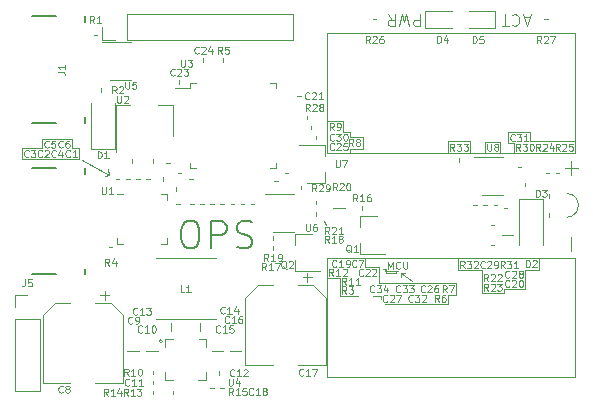
<source format=gto>
G04 #@! TF.GenerationSoftware,KiCad,Pcbnew,5.1.5+dfsg1-2build2*
G04 #@! TF.CreationDate,2021-12-30T02:49:34+01:00*
G04 #@! TF.ProjectId,OPS,4f50532e-6b69-4636-9164-5f7063625858,rev?*
G04 #@! TF.SameCoordinates,Original*
G04 #@! TF.FileFunction,Legend,Top*
G04 #@! TF.FilePolarity,Positive*
%FSLAX46Y46*%
G04 Gerber Fmt 4.6, Leading zero omitted, Abs format (unit mm)*
G04 Created by KiCad (PCBNEW 5.1.5+dfsg1-2build2) date 2021-12-30 02:49:34*
%MOMM*%
%LPD*%
G04 APERTURE LIST*
%ADD10C,0.120000*%
%ADD11C,0.100000*%
%ADD12C,0.200000*%
%ADD13C,0.150000*%
G04 APERTURE END LIST*
D10*
X83000000Y-73150000D02*
X83000000Y-73200000D01*
X83000000Y-73150000D02*
X83000000Y-73200000D01*
X82850000Y-73100000D02*
X82950000Y-73100000D01*
D11*
X98657142Y-71335714D02*
X98657142Y-70192857D01*
X98657142Y-64907142D02*
X98657142Y-63764285D01*
X99228571Y-64335714D02*
X98085714Y-64335714D01*
D10*
X59550000Y-64900000D02*
X59150000Y-65000000D01*
X59550000Y-64900000D02*
X59400000Y-64450000D01*
X57200000Y-63650000D02*
X59550000Y-64900000D01*
X56950000Y-62650000D02*
X56950000Y-63600000D01*
X56400000Y-62650000D02*
X56950000Y-62650000D01*
X56400000Y-61850000D02*
X56400000Y-62650000D01*
X53850000Y-61850000D02*
X56400000Y-61850000D01*
X53850000Y-62650000D02*
X53850000Y-61850000D01*
X52150000Y-62650000D02*
X53850000Y-62650000D01*
X52150000Y-63600000D02*
X52150000Y-62650000D01*
X56950000Y-63600000D02*
X52150000Y-63600000D01*
X82850000Y-72900000D02*
X82950000Y-72900000D01*
X82900000Y-72900000D02*
X82800000Y-72900000D01*
X83850000Y-73100000D02*
X83850000Y-73200000D01*
X83000000Y-73200000D02*
X83850000Y-73200000D01*
X82850000Y-72950000D02*
X82850000Y-73100000D01*
X82700000Y-72900000D02*
X82850000Y-72900000D01*
X82700000Y-72850000D02*
X82700000Y-72900000D01*
X82800000Y-72850000D02*
X82700000Y-72850000D01*
X82950000Y-73100000D02*
X82950000Y-72900000D01*
X83950000Y-73100000D02*
X82950000Y-73100000D01*
D11*
X83135714Y-72871428D02*
X83135714Y-72271428D01*
X83335714Y-72700000D01*
X83535714Y-72271428D01*
X83535714Y-72871428D01*
X84164285Y-72814285D02*
X84135714Y-72842857D01*
X84050000Y-72871428D01*
X83992857Y-72871428D01*
X83907142Y-72842857D01*
X83850000Y-72785714D01*
X83821428Y-72728571D01*
X83792857Y-72614285D01*
X83792857Y-72528571D01*
X83821428Y-72414285D01*
X83850000Y-72357142D01*
X83907142Y-72300000D01*
X83992857Y-72271428D01*
X84050000Y-72271428D01*
X84135714Y-72300000D01*
X84164285Y-72328571D01*
X84421428Y-72271428D02*
X84421428Y-72757142D01*
X84450000Y-72814285D01*
X84478571Y-72842857D01*
X84535714Y-72871428D01*
X84650000Y-72871428D01*
X84707142Y-72842857D01*
X84735714Y-72814285D01*
X84764285Y-72757142D01*
X84764285Y-72271428D01*
D10*
X84200000Y-73250000D02*
X84550000Y-73200000D01*
X84200000Y-73250000D02*
X84250000Y-73600000D01*
X84200000Y-73250000D02*
X85150000Y-73900000D01*
X82500000Y-75150000D02*
X81900000Y-75150000D01*
X81200000Y-72700000D02*
X81200000Y-71950000D01*
X82350000Y-72700000D02*
X81200000Y-72700000D01*
X82350000Y-74100000D02*
X82350000Y-72700000D01*
X88850000Y-74100000D02*
X82350000Y-74100000D01*
X88850000Y-75050000D02*
X88850000Y-74100000D01*
X88200000Y-75050000D02*
X88850000Y-75050000D01*
X88200000Y-75850000D02*
X88200000Y-75050000D01*
X82850000Y-75850000D02*
X88200000Y-75850000D01*
X82500000Y-75150000D02*
X82500000Y-75450000D01*
X79100000Y-75150000D02*
X80600000Y-75150000D01*
X79100000Y-73650000D02*
X79100000Y-75150000D01*
X78000000Y-73650000D02*
X79100000Y-73650000D01*
X79350000Y-60350000D02*
X78000000Y-60350000D01*
X79350000Y-61250000D02*
X79350000Y-60350000D01*
X79950000Y-61250000D02*
X79350000Y-61250000D01*
X79950000Y-61700000D02*
X79950000Y-61250000D01*
X81000000Y-61700000D02*
X79950000Y-61700000D01*
X81000000Y-62700000D02*
X81000000Y-61700000D01*
X79900000Y-62700000D02*
X81000000Y-62700000D01*
X79900000Y-63050000D02*
X79900000Y-62700000D01*
X90050000Y-63000000D02*
X90050000Y-63050000D01*
X90050000Y-62050000D02*
X90050000Y-63000000D01*
X88250000Y-62050000D02*
X90050000Y-62050000D01*
X88250000Y-62150000D02*
X88250000Y-62050000D01*
X88250000Y-63000000D02*
X88250000Y-62150000D01*
X92650000Y-62100000D02*
X92650000Y-63050000D01*
X91350000Y-62100000D02*
X92650000Y-62100000D01*
X91350000Y-62150000D02*
X91350000Y-62100000D01*
X91350000Y-63000000D02*
X91350000Y-62150000D01*
X95150000Y-62050000D02*
X99000000Y-62050000D01*
X95150000Y-61300000D02*
X95150000Y-62050000D01*
X93300000Y-61300000D02*
X95150000Y-61300000D01*
X93300000Y-62250000D02*
X93300000Y-61300000D01*
X93800000Y-62250000D02*
X93300000Y-62250000D01*
X93800000Y-63050000D02*
X93800000Y-62250000D01*
X95900000Y-72950000D02*
X95900000Y-71950000D01*
X94750000Y-72950000D02*
X95900000Y-72950000D01*
X94750000Y-74600000D02*
X94750000Y-72950000D01*
X92950000Y-74600000D02*
X94750000Y-74600000D01*
X92950000Y-74900000D02*
X92950000Y-74600000D01*
X91100000Y-74900000D02*
X92950000Y-74900000D01*
X91100000Y-73000000D02*
X91100000Y-74900000D01*
X89050000Y-73000000D02*
X91100000Y-73000000D01*
X89050000Y-71950000D02*
X89050000Y-73000000D01*
X77850000Y-69150000D02*
X77700000Y-68800000D01*
D12*
X66185714Y-68840476D02*
X66623809Y-68840476D01*
X66842857Y-68950000D01*
X67061904Y-69169047D01*
X67171428Y-69607142D01*
X67171428Y-70373809D01*
X67061904Y-70811904D01*
X66842857Y-71030952D01*
X66623809Y-71140476D01*
X66185714Y-71140476D01*
X65966666Y-71030952D01*
X65747619Y-70811904D01*
X65638095Y-70373809D01*
X65638095Y-69607142D01*
X65747619Y-69169047D01*
X65966666Y-68950000D01*
X66185714Y-68840476D01*
X68157142Y-71140476D02*
X68157142Y-68840476D01*
X69033333Y-68840476D01*
X69252380Y-68950000D01*
X69361904Y-69059523D01*
X69471428Y-69278571D01*
X69471428Y-69607142D01*
X69361904Y-69826190D01*
X69252380Y-69935714D01*
X69033333Y-70045238D01*
X68157142Y-70045238D01*
X70347619Y-71030952D02*
X70676190Y-71140476D01*
X71223809Y-71140476D01*
X71442857Y-71030952D01*
X71552380Y-70921428D01*
X71661904Y-70702380D01*
X71661904Y-70483333D01*
X71552380Y-70264285D01*
X71442857Y-70154761D01*
X71223809Y-70045238D01*
X70785714Y-69935714D01*
X70566666Y-69826190D01*
X70457142Y-69716666D01*
X70347619Y-69497619D01*
X70347619Y-69278571D01*
X70457142Y-69059523D01*
X70566666Y-68950000D01*
X70785714Y-68840476D01*
X71333333Y-68840476D01*
X71661904Y-68950000D01*
D11*
X85833333Y-51297619D02*
X85833333Y-52297619D01*
X85452380Y-52297619D01*
X85357142Y-52250000D01*
X85309523Y-52202380D01*
X85261904Y-52107142D01*
X85261904Y-51964285D01*
X85309523Y-51869047D01*
X85357142Y-51821428D01*
X85452380Y-51773809D01*
X85833333Y-51773809D01*
X84928571Y-52297619D02*
X84690476Y-51297619D01*
X84500000Y-52011904D01*
X84309523Y-51297619D01*
X84071428Y-52297619D01*
X83119047Y-51297619D02*
X83452380Y-51773809D01*
X83690476Y-51297619D02*
X83690476Y-52297619D01*
X83309523Y-52297619D01*
X83214285Y-52250000D01*
X83166666Y-52202380D01*
X83119047Y-52107142D01*
X83119047Y-51964285D01*
X83166666Y-51869047D01*
X83214285Y-51821428D01*
X83309523Y-51773809D01*
X83690476Y-51773809D01*
X95119047Y-51583333D02*
X94642857Y-51583333D01*
X95214285Y-51297619D02*
X94880952Y-52297619D01*
X94547619Y-51297619D01*
X93642857Y-51392857D02*
X93690476Y-51345238D01*
X93833333Y-51297619D01*
X93928571Y-51297619D01*
X94071428Y-51345238D01*
X94166666Y-51440476D01*
X94214285Y-51535714D01*
X94261904Y-51726190D01*
X94261904Y-51869047D01*
X94214285Y-52059523D01*
X94166666Y-52154761D01*
X94071428Y-52250000D01*
X93928571Y-52297619D01*
X93833333Y-52297619D01*
X93690476Y-52250000D01*
X93642857Y-52202380D01*
X93357142Y-52297619D02*
X92785714Y-52297619D01*
X93071428Y-51297619D02*
X93071428Y-52297619D01*
D10*
X99000000Y-71950000D02*
X99000000Y-82050000D01*
X78000000Y-71950000D02*
X99000000Y-71950000D01*
X78000000Y-82050000D02*
X99000000Y-82050000D01*
X78000000Y-71950000D02*
X78000000Y-82050000D01*
X99000000Y-52950000D02*
X99000000Y-63050000D01*
X78000000Y-52950000D02*
X99000000Y-52950000D01*
X78000000Y-63050000D02*
X99000000Y-63050000D01*
X78000000Y-52950000D02*
X78000000Y-63050000D01*
X58940000Y-53460000D02*
X58940000Y-52400000D01*
X60000000Y-53460000D02*
X58940000Y-53460000D01*
X61000000Y-53460000D02*
X61000000Y-51340000D01*
X61000000Y-51340000D02*
X75060000Y-51340000D01*
X61000000Y-53460000D02*
X75060000Y-53460000D01*
X75060000Y-53460000D02*
X75060000Y-51340000D01*
X68200000Y-79800000D02*
X69200000Y-79800000D01*
X62625000Y-79800000D02*
X63625000Y-79800000D01*
X76691250Y-73606250D02*
X75903750Y-73606250D01*
X76297500Y-73212500D02*
X76297500Y-74000000D01*
X72104437Y-74240000D02*
X71040000Y-75304437D01*
X76795563Y-74240000D02*
X77860000Y-75304437D01*
X76795563Y-74240000D02*
X75510000Y-74240000D01*
X72104437Y-74240000D02*
X73390000Y-74240000D01*
X71040000Y-75304437D02*
X71040000Y-81060000D01*
X77860000Y-75304437D02*
X77860000Y-81060000D01*
X77860000Y-81060000D02*
X75510000Y-81060000D01*
X71040000Y-81060000D02*
X73390000Y-81060000D01*
X59541250Y-75106250D02*
X58753750Y-75106250D01*
X59147500Y-74712500D02*
X59147500Y-75500000D01*
X54954437Y-75740000D02*
X53890000Y-76804437D01*
X59645563Y-75740000D02*
X60710000Y-76804437D01*
X59645563Y-75740000D02*
X58360000Y-75740000D01*
X54954437Y-75740000D02*
X56240000Y-75740000D01*
X53890000Y-76804437D02*
X53890000Y-82560000D01*
X60710000Y-76804437D02*
X60710000Y-82560000D01*
X60710000Y-82560000D02*
X58360000Y-82560000D01*
X53890000Y-82560000D02*
X56240000Y-82560000D01*
X66400000Y-67400000D02*
X66700000Y-67400000D01*
X68100000Y-67400000D02*
X68400000Y-67400000D01*
X68950000Y-67400000D02*
X69250000Y-67400000D01*
X69800000Y-67400000D02*
X70100000Y-67400000D01*
X94100000Y-64250000D02*
X94400000Y-64250000D01*
X77000000Y-61900000D02*
X77000000Y-61600000D01*
X92900000Y-63390000D02*
X90450000Y-63390000D01*
X91100000Y-66610000D02*
X92900000Y-66610000D01*
X77760000Y-65580000D02*
X76300000Y-65580000D01*
X77760000Y-62420000D02*
X75600000Y-62420000D01*
X77760000Y-62420000D02*
X77760000Y-63350000D01*
X77760000Y-65580000D02*
X77760000Y-64650000D01*
X89150000Y-63500000D02*
X89150000Y-63800000D01*
X90650000Y-67500000D02*
X90350000Y-67500000D01*
X92400000Y-67500000D02*
X92100000Y-67500000D01*
X94720000Y-65600000D02*
X94720000Y-65900000D01*
X75750000Y-65850000D02*
X75750000Y-66150000D01*
X76250000Y-59900000D02*
X76250000Y-60200000D01*
X96350000Y-51750000D02*
X96650000Y-51750000D01*
X81850000Y-51750000D02*
X82150000Y-51750000D01*
X63450000Y-77150000D02*
X68550000Y-77150000D01*
X63450000Y-71950000D02*
X68550000Y-71950000D01*
X51540000Y-75090000D02*
X52600000Y-75090000D01*
X51540000Y-76150000D02*
X51540000Y-75090000D01*
X51540000Y-77150000D02*
X53660000Y-77150000D01*
X53660000Y-77150000D02*
X53660000Y-83210000D01*
X51540000Y-77150000D02*
X51540000Y-83210000D01*
X51540000Y-83210000D02*
X53660000Y-83210000D01*
X92235000Y-51015000D02*
X89950000Y-51015000D01*
X92235000Y-52485000D02*
X92235000Y-51015000D01*
X89950000Y-52485000D02*
X92235000Y-52485000D01*
X86265000Y-52485000D02*
X88550000Y-52485000D01*
X86265000Y-51015000D02*
X86265000Y-52485000D01*
X88550000Y-51015000D02*
X86265000Y-51015000D01*
X91500000Y-67500000D02*
X91200000Y-67500000D01*
X93250000Y-67700000D02*
X92950000Y-67700000D01*
X67250000Y-67400000D02*
X67550000Y-67400000D01*
X75175000Y-66540000D02*
X72725000Y-66540000D01*
X73375000Y-69760000D02*
X75175000Y-69760000D01*
X61400000Y-53640000D02*
X58950000Y-53640000D01*
X59600000Y-56860000D02*
X61400000Y-56860000D01*
X64050000Y-79000000D02*
G75*
G03X64050000Y-79000000I-150000J0D01*
G01*
X67100000Y-78800000D02*
X67750000Y-78800000D01*
X67750000Y-78800000D02*
X67750000Y-79500000D01*
X67750000Y-81650000D02*
X67750000Y-82300000D01*
X67750000Y-82300000D02*
X67050000Y-82300000D01*
X64900000Y-82300000D02*
X64250000Y-82300000D01*
X64250000Y-82300000D02*
X64250000Y-81600000D01*
X64250000Y-78850000D02*
X64950000Y-78850000D01*
X64250000Y-79500000D02*
X64250000Y-78850000D01*
X66390000Y-57590000D02*
X65100000Y-57590000D01*
X66390000Y-57140000D02*
X66390000Y-57590000D01*
X66840000Y-57140000D02*
X66390000Y-57140000D01*
X73610000Y-57140000D02*
X73610000Y-57590000D01*
X73160000Y-57140000D02*
X73610000Y-57140000D01*
X66390000Y-64360000D02*
X66390000Y-63910000D01*
X66840000Y-64360000D02*
X66390000Y-64360000D01*
X73610000Y-64360000D02*
X73610000Y-63910000D01*
X73160000Y-64360000D02*
X73610000Y-64360000D01*
X60100000Y-58970000D02*
X61300000Y-58970000D01*
X60100000Y-62970000D02*
X60100000Y-58970000D01*
X64900000Y-58970000D02*
X64900000Y-61670000D01*
X63700000Y-58970000D02*
X64900000Y-58970000D01*
X60665000Y-66540000D02*
X60190000Y-66540000D01*
X64410000Y-70760000D02*
X64410000Y-70285000D01*
X63935000Y-70760000D02*
X64410000Y-70760000D01*
X60190000Y-70760000D02*
X60190000Y-70285000D01*
X60665000Y-70760000D02*
X60190000Y-70760000D01*
X64410000Y-66540000D02*
X64410000Y-67015000D01*
X63935000Y-66540000D02*
X64410000Y-66540000D01*
X97650000Y-64800000D02*
X97350000Y-64800000D01*
X96800000Y-64800000D02*
X96500000Y-64800000D01*
X91850000Y-70900000D02*
X92150000Y-70900000D01*
X91850000Y-69200000D02*
X92150000Y-69200000D01*
X77000000Y-67400000D02*
X77000000Y-67100000D01*
X79500000Y-67750000D02*
X78500000Y-67750000D01*
X73400000Y-70100000D02*
X73400000Y-70400000D01*
X77000000Y-68400000D02*
X77000000Y-68100000D01*
X73400000Y-71250000D02*
X73400000Y-70950000D01*
X80925000Y-67875000D02*
X80925000Y-67575000D01*
X68400000Y-83000000D02*
X68100000Y-83000000D01*
X63200000Y-83200000D02*
X63200000Y-83500000D01*
X64950000Y-83200000D02*
X64950000Y-83500000D01*
X64050000Y-65100000D02*
X64050000Y-65400000D01*
X65150000Y-65950000D02*
X65150000Y-66250000D01*
X63200000Y-81800000D02*
X63200000Y-81500000D01*
X76600000Y-60750000D02*
X76600000Y-61050000D01*
X74700000Y-64800000D02*
X74400000Y-64800000D01*
X71800000Y-67400000D02*
X71500000Y-67400000D01*
X70950000Y-67400000D02*
X70650000Y-67400000D01*
X69200000Y-55050000D02*
X69200000Y-55350000D01*
X59800000Y-71050000D02*
X59500000Y-71050000D01*
X65500000Y-67400000D02*
X65200000Y-67400000D01*
X58800000Y-57900000D02*
X58800000Y-57600000D01*
X58200000Y-53050000D02*
X58500000Y-53050000D01*
X75240000Y-69920000D02*
X76700000Y-69920000D01*
X75240000Y-73080000D02*
X77400000Y-73080000D01*
X75240000Y-73080000D02*
X75240000Y-72150000D01*
X75240000Y-69920000D02*
X75240000Y-70850000D01*
X80740000Y-68420000D02*
X82200000Y-68420000D01*
X80740000Y-71580000D02*
X82900000Y-71580000D01*
X80740000Y-71580000D02*
X80740000Y-70650000D01*
X80740000Y-68420000D02*
X80740000Y-69350000D01*
D13*
X57500000Y-72850000D02*
X57500000Y-73350000D01*
X57500000Y-64350000D02*
X57500000Y-64850000D01*
X55000000Y-64350000D02*
X53000000Y-64350000D01*
X53000000Y-73350000D02*
X55000000Y-73350000D01*
X57500000Y-60000000D02*
X57500000Y-60500000D01*
X57500000Y-51500000D02*
X57500000Y-52000000D01*
X55000000Y-51500000D02*
X53000000Y-51500000D01*
X53000000Y-60500000D02*
X55000000Y-60500000D01*
D10*
X98300001Y-66500001D02*
G75*
G02X98299999Y-68499999I-50001J-999999D01*
G01*
X96750000Y-66500000D02*
X96750000Y-66850000D01*
X96750000Y-68150000D02*
X96750000Y-68500000D01*
X96250000Y-67000000D02*
X96250000Y-70900000D01*
X94250000Y-67000000D02*
X94250000Y-70900000D01*
X96250000Y-67000000D02*
X94250000Y-67000000D01*
X58000000Y-62750000D02*
X58000000Y-58850000D01*
X60000000Y-62750000D02*
X60000000Y-58850000D01*
X58000000Y-62750000D02*
X60000000Y-62750000D01*
X73800000Y-65450000D02*
X73500000Y-65450000D01*
X67500000Y-55350000D02*
X67500000Y-55050000D01*
X65450000Y-57200000D02*
X65450000Y-56900000D01*
X66300000Y-65300000D02*
X66600000Y-65300000D01*
X75450000Y-58250000D02*
X75750000Y-58250000D01*
X92750000Y-70000000D02*
X93750000Y-70000000D01*
X64350000Y-63950000D02*
X64650000Y-63950000D01*
X69250000Y-83000000D02*
X68950000Y-83000000D01*
X69725000Y-79800000D02*
X70725000Y-79800000D01*
X67250000Y-77450000D02*
X67250000Y-78150000D01*
X64750000Y-78150000D02*
X64750000Y-77450000D01*
X68800000Y-81850000D02*
X68800000Y-81550000D01*
X63200000Y-82350000D02*
X63200000Y-82650000D01*
X61075000Y-79800000D02*
X62075000Y-79800000D01*
X65350000Y-64750000D02*
X65650000Y-64750000D01*
X63200000Y-63600000D02*
X63200000Y-63900000D01*
X61500000Y-63900000D02*
X61500000Y-63600000D01*
X62100000Y-65250000D02*
X61800000Y-65250000D01*
X60400000Y-65250000D02*
X60100000Y-65250000D01*
X61250000Y-65250000D02*
X60950000Y-65250000D01*
X62950000Y-65250000D02*
X62650000Y-65250000D01*
D11*
X68914285Y-78214285D02*
X68885714Y-78242857D01*
X68800000Y-78271428D01*
X68742857Y-78271428D01*
X68657142Y-78242857D01*
X68600000Y-78185714D01*
X68571428Y-78128571D01*
X68542857Y-78014285D01*
X68542857Y-77928571D01*
X68571428Y-77814285D01*
X68600000Y-77757142D01*
X68657142Y-77700000D01*
X68742857Y-77671428D01*
X68800000Y-77671428D01*
X68885714Y-77700000D01*
X68914285Y-77728571D01*
X69485714Y-78271428D02*
X69142857Y-78271428D01*
X69314285Y-78271428D02*
X69314285Y-77671428D01*
X69257142Y-77757142D01*
X69200000Y-77814285D01*
X69142857Y-77842857D01*
X70028571Y-77671428D02*
X69742857Y-77671428D01*
X69714285Y-77957142D01*
X69742857Y-77928571D01*
X69800000Y-77900000D01*
X69942857Y-77900000D01*
X70000000Y-77928571D01*
X70028571Y-77957142D01*
X70057142Y-78014285D01*
X70057142Y-78157142D01*
X70028571Y-78214285D01*
X70000000Y-78242857D01*
X69942857Y-78271428D01*
X69800000Y-78271428D01*
X69742857Y-78242857D01*
X69714285Y-78214285D01*
X62314285Y-78214285D02*
X62285714Y-78242857D01*
X62200000Y-78271428D01*
X62142857Y-78271428D01*
X62057142Y-78242857D01*
X62000000Y-78185714D01*
X61971428Y-78128571D01*
X61942857Y-78014285D01*
X61942857Y-77928571D01*
X61971428Y-77814285D01*
X62000000Y-77757142D01*
X62057142Y-77700000D01*
X62142857Y-77671428D01*
X62200000Y-77671428D01*
X62285714Y-77700000D01*
X62314285Y-77728571D01*
X62885714Y-78271428D02*
X62542857Y-78271428D01*
X62714285Y-78271428D02*
X62714285Y-77671428D01*
X62657142Y-77757142D01*
X62600000Y-77814285D01*
X62542857Y-77842857D01*
X63257142Y-77671428D02*
X63314285Y-77671428D01*
X63371428Y-77700000D01*
X63400000Y-77728571D01*
X63428571Y-77785714D01*
X63457142Y-77900000D01*
X63457142Y-78042857D01*
X63428571Y-78157142D01*
X63400000Y-78214285D01*
X63371428Y-78242857D01*
X63314285Y-78271428D01*
X63257142Y-78271428D01*
X63200000Y-78242857D01*
X63171428Y-78214285D01*
X63142857Y-78157142D01*
X63114285Y-78042857D01*
X63114285Y-77900000D01*
X63142857Y-77785714D01*
X63171428Y-77728571D01*
X63200000Y-77700000D01*
X63257142Y-77671428D01*
X75964285Y-81864285D02*
X75935714Y-81892857D01*
X75850000Y-81921428D01*
X75792857Y-81921428D01*
X75707142Y-81892857D01*
X75650000Y-81835714D01*
X75621428Y-81778571D01*
X75592857Y-81664285D01*
X75592857Y-81578571D01*
X75621428Y-81464285D01*
X75650000Y-81407142D01*
X75707142Y-81350000D01*
X75792857Y-81321428D01*
X75850000Y-81321428D01*
X75935714Y-81350000D01*
X75964285Y-81378571D01*
X76535714Y-81921428D02*
X76192857Y-81921428D01*
X76364285Y-81921428D02*
X76364285Y-81321428D01*
X76307142Y-81407142D01*
X76250000Y-81464285D01*
X76192857Y-81492857D01*
X76735714Y-81321428D02*
X77135714Y-81321428D01*
X76878571Y-81921428D01*
X55600000Y-83314285D02*
X55571428Y-83342857D01*
X55485714Y-83371428D01*
X55428571Y-83371428D01*
X55342857Y-83342857D01*
X55285714Y-83285714D01*
X55257142Y-83228571D01*
X55228571Y-83114285D01*
X55228571Y-83028571D01*
X55257142Y-82914285D01*
X55285714Y-82857142D01*
X55342857Y-82800000D01*
X55428571Y-82771428D01*
X55485714Y-82771428D01*
X55571428Y-82800000D01*
X55600000Y-82828571D01*
X55942857Y-83028571D02*
X55885714Y-83000000D01*
X55857142Y-82971428D01*
X55828571Y-82914285D01*
X55828571Y-82885714D01*
X55857142Y-82828571D01*
X55885714Y-82800000D01*
X55942857Y-82771428D01*
X56057142Y-82771428D01*
X56114285Y-82800000D01*
X56142857Y-82828571D01*
X56171428Y-82885714D01*
X56171428Y-82914285D01*
X56142857Y-82971428D01*
X56114285Y-83000000D01*
X56057142Y-83028571D01*
X55942857Y-83028571D01*
X55885714Y-83057142D01*
X55857142Y-83085714D01*
X55828571Y-83142857D01*
X55828571Y-83257142D01*
X55857142Y-83314285D01*
X55885714Y-83342857D01*
X55942857Y-83371428D01*
X56057142Y-83371428D01*
X56114285Y-83342857D01*
X56142857Y-83314285D01*
X56171428Y-83257142D01*
X56171428Y-83142857D01*
X56142857Y-83085714D01*
X56114285Y-83057142D01*
X56057142Y-83028571D01*
X81964285Y-74814285D02*
X81935714Y-74842857D01*
X81850000Y-74871428D01*
X81792857Y-74871428D01*
X81707142Y-74842857D01*
X81650000Y-74785714D01*
X81621428Y-74728571D01*
X81592857Y-74614285D01*
X81592857Y-74528571D01*
X81621428Y-74414285D01*
X81650000Y-74357142D01*
X81707142Y-74300000D01*
X81792857Y-74271428D01*
X81850000Y-74271428D01*
X81935714Y-74300000D01*
X81964285Y-74328571D01*
X82164285Y-74271428D02*
X82535714Y-74271428D01*
X82335714Y-74500000D01*
X82421428Y-74500000D01*
X82478571Y-74528571D01*
X82507142Y-74557142D01*
X82535714Y-74614285D01*
X82535714Y-74757142D01*
X82507142Y-74814285D01*
X82478571Y-74842857D01*
X82421428Y-74871428D01*
X82250000Y-74871428D01*
X82192857Y-74842857D01*
X82164285Y-74814285D01*
X83050000Y-74471428D02*
X83050000Y-74871428D01*
X82907142Y-74242857D02*
X82764285Y-74671428D01*
X83135714Y-74671428D01*
X84164285Y-74814285D02*
X84135714Y-74842857D01*
X84050000Y-74871428D01*
X83992857Y-74871428D01*
X83907142Y-74842857D01*
X83850000Y-74785714D01*
X83821428Y-74728571D01*
X83792857Y-74614285D01*
X83792857Y-74528571D01*
X83821428Y-74414285D01*
X83850000Y-74357142D01*
X83907142Y-74300000D01*
X83992857Y-74271428D01*
X84050000Y-74271428D01*
X84135714Y-74300000D01*
X84164285Y-74328571D01*
X84364285Y-74271428D02*
X84735714Y-74271428D01*
X84535714Y-74500000D01*
X84621428Y-74500000D01*
X84678571Y-74528571D01*
X84707142Y-74557142D01*
X84735714Y-74614285D01*
X84735714Y-74757142D01*
X84707142Y-74814285D01*
X84678571Y-74842857D01*
X84621428Y-74871428D01*
X84450000Y-74871428D01*
X84392857Y-74842857D01*
X84364285Y-74814285D01*
X84935714Y-74271428D02*
X85307142Y-74271428D01*
X85107142Y-74500000D01*
X85192857Y-74500000D01*
X85250000Y-74528571D01*
X85278571Y-74557142D01*
X85307142Y-74614285D01*
X85307142Y-74757142D01*
X85278571Y-74814285D01*
X85250000Y-74842857D01*
X85192857Y-74871428D01*
X85021428Y-74871428D01*
X84964285Y-74842857D01*
X84935714Y-74814285D01*
X85214285Y-75614285D02*
X85185714Y-75642857D01*
X85100000Y-75671428D01*
X85042857Y-75671428D01*
X84957142Y-75642857D01*
X84900000Y-75585714D01*
X84871428Y-75528571D01*
X84842857Y-75414285D01*
X84842857Y-75328571D01*
X84871428Y-75214285D01*
X84900000Y-75157142D01*
X84957142Y-75100000D01*
X85042857Y-75071428D01*
X85100000Y-75071428D01*
X85185714Y-75100000D01*
X85214285Y-75128571D01*
X85414285Y-75071428D02*
X85785714Y-75071428D01*
X85585714Y-75300000D01*
X85671428Y-75300000D01*
X85728571Y-75328571D01*
X85757142Y-75357142D01*
X85785714Y-75414285D01*
X85785714Y-75557142D01*
X85757142Y-75614285D01*
X85728571Y-75642857D01*
X85671428Y-75671428D01*
X85500000Y-75671428D01*
X85442857Y-75642857D01*
X85414285Y-75614285D01*
X86014285Y-75128571D02*
X86042857Y-75100000D01*
X86100000Y-75071428D01*
X86242857Y-75071428D01*
X86300000Y-75100000D01*
X86328571Y-75128571D01*
X86357142Y-75185714D01*
X86357142Y-75242857D01*
X86328571Y-75328571D01*
X85985714Y-75671428D01*
X86357142Y-75671428D01*
X86264285Y-74814285D02*
X86235714Y-74842857D01*
X86150000Y-74871428D01*
X86092857Y-74871428D01*
X86007142Y-74842857D01*
X85950000Y-74785714D01*
X85921428Y-74728571D01*
X85892857Y-74614285D01*
X85892857Y-74528571D01*
X85921428Y-74414285D01*
X85950000Y-74357142D01*
X86007142Y-74300000D01*
X86092857Y-74271428D01*
X86150000Y-74271428D01*
X86235714Y-74300000D01*
X86264285Y-74328571D01*
X86492857Y-74328571D02*
X86521428Y-74300000D01*
X86578571Y-74271428D01*
X86721428Y-74271428D01*
X86778571Y-74300000D01*
X86807142Y-74328571D01*
X86835714Y-74385714D01*
X86835714Y-74442857D01*
X86807142Y-74528571D01*
X86464285Y-74871428D01*
X86835714Y-74871428D01*
X87350000Y-74271428D02*
X87235714Y-74271428D01*
X87178571Y-74300000D01*
X87150000Y-74328571D01*
X87092857Y-74414285D01*
X87064285Y-74528571D01*
X87064285Y-74757142D01*
X87092857Y-74814285D01*
X87121428Y-74842857D01*
X87178571Y-74871428D01*
X87292857Y-74871428D01*
X87350000Y-74842857D01*
X87378571Y-74814285D01*
X87407142Y-74757142D01*
X87407142Y-74614285D01*
X87378571Y-74557142D01*
X87350000Y-74528571D01*
X87292857Y-74500000D01*
X87178571Y-74500000D01*
X87121428Y-74528571D01*
X87092857Y-74557142D01*
X87064285Y-74614285D01*
X93864285Y-62014285D02*
X93835714Y-62042857D01*
X93750000Y-62071428D01*
X93692857Y-62071428D01*
X93607142Y-62042857D01*
X93550000Y-61985714D01*
X93521428Y-61928571D01*
X93492857Y-61814285D01*
X93492857Y-61728571D01*
X93521428Y-61614285D01*
X93550000Y-61557142D01*
X93607142Y-61500000D01*
X93692857Y-61471428D01*
X93750000Y-61471428D01*
X93835714Y-61500000D01*
X93864285Y-61528571D01*
X94064285Y-61471428D02*
X94435714Y-61471428D01*
X94235714Y-61700000D01*
X94321428Y-61700000D01*
X94378571Y-61728571D01*
X94407142Y-61757142D01*
X94435714Y-61814285D01*
X94435714Y-61957142D01*
X94407142Y-62014285D01*
X94378571Y-62042857D01*
X94321428Y-62071428D01*
X94150000Y-62071428D01*
X94092857Y-62042857D01*
X94064285Y-62014285D01*
X95007142Y-62071428D02*
X94664285Y-62071428D01*
X94835714Y-62071428D02*
X94835714Y-61471428D01*
X94778571Y-61557142D01*
X94721428Y-61614285D01*
X94664285Y-61642857D01*
X78564285Y-61964285D02*
X78535714Y-61992857D01*
X78450000Y-62021428D01*
X78392857Y-62021428D01*
X78307142Y-61992857D01*
X78250000Y-61935714D01*
X78221428Y-61878571D01*
X78192857Y-61764285D01*
X78192857Y-61678571D01*
X78221428Y-61564285D01*
X78250000Y-61507142D01*
X78307142Y-61450000D01*
X78392857Y-61421428D01*
X78450000Y-61421428D01*
X78535714Y-61450000D01*
X78564285Y-61478571D01*
X78764285Y-61421428D02*
X79135714Y-61421428D01*
X78935714Y-61650000D01*
X79021428Y-61650000D01*
X79078571Y-61678571D01*
X79107142Y-61707142D01*
X79135714Y-61764285D01*
X79135714Y-61907142D01*
X79107142Y-61964285D01*
X79078571Y-61992857D01*
X79021428Y-62021428D01*
X78850000Y-62021428D01*
X78792857Y-61992857D01*
X78764285Y-61964285D01*
X79507142Y-61421428D02*
X79564285Y-61421428D01*
X79621428Y-61450000D01*
X79650000Y-61478571D01*
X79678571Y-61535714D01*
X79707142Y-61650000D01*
X79707142Y-61792857D01*
X79678571Y-61907142D01*
X79650000Y-61964285D01*
X79621428Y-61992857D01*
X79564285Y-62021428D01*
X79507142Y-62021428D01*
X79450000Y-61992857D01*
X79421428Y-61964285D01*
X79392857Y-61907142D01*
X79364285Y-61792857D01*
X79364285Y-61650000D01*
X79392857Y-61535714D01*
X79421428Y-61478571D01*
X79450000Y-61450000D01*
X79507142Y-61421428D01*
X91542857Y-62271428D02*
X91542857Y-62757142D01*
X91571428Y-62814285D01*
X91600000Y-62842857D01*
X91657142Y-62871428D01*
X91771428Y-62871428D01*
X91828571Y-62842857D01*
X91857142Y-62814285D01*
X91885714Y-62757142D01*
X91885714Y-62271428D01*
X92257142Y-62528571D02*
X92200000Y-62500000D01*
X92171428Y-62471428D01*
X92142857Y-62414285D01*
X92142857Y-62385714D01*
X92171428Y-62328571D01*
X92200000Y-62300000D01*
X92257142Y-62271428D01*
X92371428Y-62271428D01*
X92428571Y-62300000D01*
X92457142Y-62328571D01*
X92485714Y-62385714D01*
X92485714Y-62414285D01*
X92457142Y-62471428D01*
X92428571Y-62500000D01*
X92371428Y-62528571D01*
X92257142Y-62528571D01*
X92200000Y-62557142D01*
X92171428Y-62585714D01*
X92142857Y-62642857D01*
X92142857Y-62757142D01*
X92171428Y-62814285D01*
X92200000Y-62842857D01*
X92257142Y-62871428D01*
X92371428Y-62871428D01*
X92428571Y-62842857D01*
X92457142Y-62814285D01*
X92485714Y-62757142D01*
X92485714Y-62642857D01*
X92457142Y-62585714D01*
X92428571Y-62557142D01*
X92371428Y-62528571D01*
X78692857Y-63671428D02*
X78692857Y-64157142D01*
X78721428Y-64214285D01*
X78750000Y-64242857D01*
X78807142Y-64271428D01*
X78921428Y-64271428D01*
X78978571Y-64242857D01*
X79007142Y-64214285D01*
X79035714Y-64157142D01*
X79035714Y-63671428D01*
X79264285Y-63671428D02*
X79664285Y-63671428D01*
X79407142Y-64271428D01*
X88764285Y-62871428D02*
X88564285Y-62585714D01*
X88421428Y-62871428D02*
X88421428Y-62271428D01*
X88650000Y-62271428D01*
X88707142Y-62300000D01*
X88735714Y-62328571D01*
X88764285Y-62385714D01*
X88764285Y-62471428D01*
X88735714Y-62528571D01*
X88707142Y-62557142D01*
X88650000Y-62585714D01*
X88421428Y-62585714D01*
X88964285Y-62271428D02*
X89335714Y-62271428D01*
X89135714Y-62500000D01*
X89221428Y-62500000D01*
X89278571Y-62528571D01*
X89307142Y-62557142D01*
X89335714Y-62614285D01*
X89335714Y-62757142D01*
X89307142Y-62814285D01*
X89278571Y-62842857D01*
X89221428Y-62871428D01*
X89050000Y-62871428D01*
X88992857Y-62842857D01*
X88964285Y-62814285D01*
X89535714Y-62271428D02*
X89907142Y-62271428D01*
X89707142Y-62500000D01*
X89792857Y-62500000D01*
X89850000Y-62528571D01*
X89878571Y-62557142D01*
X89907142Y-62614285D01*
X89907142Y-62757142D01*
X89878571Y-62814285D01*
X89850000Y-62842857D01*
X89792857Y-62871428D01*
X89621428Y-62871428D01*
X89564285Y-62842857D01*
X89535714Y-62814285D01*
X89614285Y-72821428D02*
X89414285Y-72535714D01*
X89271428Y-72821428D02*
X89271428Y-72221428D01*
X89500000Y-72221428D01*
X89557142Y-72250000D01*
X89585714Y-72278571D01*
X89614285Y-72335714D01*
X89614285Y-72421428D01*
X89585714Y-72478571D01*
X89557142Y-72507142D01*
X89500000Y-72535714D01*
X89271428Y-72535714D01*
X89814285Y-72221428D02*
X90185714Y-72221428D01*
X89985714Y-72450000D01*
X90071428Y-72450000D01*
X90128571Y-72478571D01*
X90157142Y-72507142D01*
X90185714Y-72564285D01*
X90185714Y-72707142D01*
X90157142Y-72764285D01*
X90128571Y-72792857D01*
X90071428Y-72821428D01*
X89900000Y-72821428D01*
X89842857Y-72792857D01*
X89814285Y-72764285D01*
X90414285Y-72278571D02*
X90442857Y-72250000D01*
X90500000Y-72221428D01*
X90642857Y-72221428D01*
X90700000Y-72250000D01*
X90728571Y-72278571D01*
X90757142Y-72335714D01*
X90757142Y-72392857D01*
X90728571Y-72478571D01*
X90385714Y-72821428D01*
X90757142Y-72821428D01*
X93014285Y-72821428D02*
X92814285Y-72535714D01*
X92671428Y-72821428D02*
X92671428Y-72221428D01*
X92900000Y-72221428D01*
X92957142Y-72250000D01*
X92985714Y-72278571D01*
X93014285Y-72335714D01*
X93014285Y-72421428D01*
X92985714Y-72478571D01*
X92957142Y-72507142D01*
X92900000Y-72535714D01*
X92671428Y-72535714D01*
X93214285Y-72221428D02*
X93585714Y-72221428D01*
X93385714Y-72450000D01*
X93471428Y-72450000D01*
X93528571Y-72478571D01*
X93557142Y-72507142D01*
X93585714Y-72564285D01*
X93585714Y-72707142D01*
X93557142Y-72764285D01*
X93528571Y-72792857D01*
X93471428Y-72821428D01*
X93300000Y-72821428D01*
X93242857Y-72792857D01*
X93214285Y-72764285D01*
X94157142Y-72821428D02*
X93814285Y-72821428D01*
X93985714Y-72821428D02*
X93985714Y-72221428D01*
X93928571Y-72307142D01*
X93871428Y-72364285D01*
X93814285Y-72392857D01*
X94334285Y-62871428D02*
X94134285Y-62585714D01*
X93991428Y-62871428D02*
X93991428Y-62271428D01*
X94220000Y-62271428D01*
X94277142Y-62300000D01*
X94305714Y-62328571D01*
X94334285Y-62385714D01*
X94334285Y-62471428D01*
X94305714Y-62528571D01*
X94277142Y-62557142D01*
X94220000Y-62585714D01*
X93991428Y-62585714D01*
X94534285Y-62271428D02*
X94905714Y-62271428D01*
X94705714Y-62500000D01*
X94791428Y-62500000D01*
X94848571Y-62528571D01*
X94877142Y-62557142D01*
X94905714Y-62614285D01*
X94905714Y-62757142D01*
X94877142Y-62814285D01*
X94848571Y-62842857D01*
X94791428Y-62871428D01*
X94620000Y-62871428D01*
X94562857Y-62842857D01*
X94534285Y-62814285D01*
X95277142Y-62271428D02*
X95334285Y-62271428D01*
X95391428Y-62300000D01*
X95420000Y-62328571D01*
X95448571Y-62385714D01*
X95477142Y-62500000D01*
X95477142Y-62642857D01*
X95448571Y-62757142D01*
X95420000Y-62814285D01*
X95391428Y-62842857D01*
X95334285Y-62871428D01*
X95277142Y-62871428D01*
X95220000Y-62842857D01*
X95191428Y-62814285D01*
X95162857Y-62757142D01*
X95134285Y-62642857D01*
X95134285Y-62500000D01*
X95162857Y-62385714D01*
X95191428Y-62328571D01*
X95220000Y-62300000D01*
X95277142Y-62271428D01*
X77064285Y-66321428D02*
X76864285Y-66035714D01*
X76721428Y-66321428D02*
X76721428Y-65721428D01*
X76950000Y-65721428D01*
X77007142Y-65750000D01*
X77035714Y-65778571D01*
X77064285Y-65835714D01*
X77064285Y-65921428D01*
X77035714Y-65978571D01*
X77007142Y-66007142D01*
X76950000Y-66035714D01*
X76721428Y-66035714D01*
X77292857Y-65778571D02*
X77321428Y-65750000D01*
X77378571Y-65721428D01*
X77521428Y-65721428D01*
X77578571Y-65750000D01*
X77607142Y-65778571D01*
X77635714Y-65835714D01*
X77635714Y-65892857D01*
X77607142Y-65978571D01*
X77264285Y-66321428D01*
X77635714Y-66321428D01*
X77921428Y-66321428D02*
X78035714Y-66321428D01*
X78092857Y-66292857D01*
X78121428Y-66264285D01*
X78178571Y-66178571D01*
X78207142Y-66064285D01*
X78207142Y-65835714D01*
X78178571Y-65778571D01*
X78150000Y-65750000D01*
X78092857Y-65721428D01*
X77978571Y-65721428D01*
X77921428Y-65750000D01*
X77892857Y-65778571D01*
X77864285Y-65835714D01*
X77864285Y-65978571D01*
X77892857Y-66035714D01*
X77921428Y-66064285D01*
X77978571Y-66092857D01*
X78092857Y-66092857D01*
X78150000Y-66064285D01*
X78178571Y-66035714D01*
X78207142Y-65978571D01*
X76514285Y-59521428D02*
X76314285Y-59235714D01*
X76171428Y-59521428D02*
X76171428Y-58921428D01*
X76400000Y-58921428D01*
X76457142Y-58950000D01*
X76485714Y-58978571D01*
X76514285Y-59035714D01*
X76514285Y-59121428D01*
X76485714Y-59178571D01*
X76457142Y-59207142D01*
X76400000Y-59235714D01*
X76171428Y-59235714D01*
X76742857Y-58978571D02*
X76771428Y-58950000D01*
X76828571Y-58921428D01*
X76971428Y-58921428D01*
X77028571Y-58950000D01*
X77057142Y-58978571D01*
X77085714Y-59035714D01*
X77085714Y-59092857D01*
X77057142Y-59178571D01*
X76714285Y-59521428D01*
X77085714Y-59521428D01*
X77428571Y-59178571D02*
X77371428Y-59150000D01*
X77342857Y-59121428D01*
X77314285Y-59064285D01*
X77314285Y-59035714D01*
X77342857Y-58978571D01*
X77371428Y-58950000D01*
X77428571Y-58921428D01*
X77542857Y-58921428D01*
X77600000Y-58950000D01*
X77628571Y-58978571D01*
X77657142Y-59035714D01*
X77657142Y-59064285D01*
X77628571Y-59121428D01*
X77600000Y-59150000D01*
X77542857Y-59178571D01*
X77428571Y-59178571D01*
X77371428Y-59207142D01*
X77342857Y-59235714D01*
X77314285Y-59292857D01*
X77314285Y-59407142D01*
X77342857Y-59464285D01*
X77371428Y-59492857D01*
X77428571Y-59521428D01*
X77542857Y-59521428D01*
X77600000Y-59492857D01*
X77628571Y-59464285D01*
X77657142Y-59407142D01*
X77657142Y-59292857D01*
X77628571Y-59235714D01*
X77600000Y-59207142D01*
X77542857Y-59178571D01*
X96114285Y-53771428D02*
X95914285Y-53485714D01*
X95771428Y-53771428D02*
X95771428Y-53171428D01*
X96000000Y-53171428D01*
X96057142Y-53200000D01*
X96085714Y-53228571D01*
X96114285Y-53285714D01*
X96114285Y-53371428D01*
X96085714Y-53428571D01*
X96057142Y-53457142D01*
X96000000Y-53485714D01*
X95771428Y-53485714D01*
X96342857Y-53228571D02*
X96371428Y-53200000D01*
X96428571Y-53171428D01*
X96571428Y-53171428D01*
X96628571Y-53200000D01*
X96657142Y-53228571D01*
X96685714Y-53285714D01*
X96685714Y-53342857D01*
X96657142Y-53428571D01*
X96314285Y-53771428D01*
X96685714Y-53771428D01*
X96885714Y-53171428D02*
X97285714Y-53171428D01*
X97028571Y-53771428D01*
X81614285Y-53771428D02*
X81414285Y-53485714D01*
X81271428Y-53771428D02*
X81271428Y-53171428D01*
X81500000Y-53171428D01*
X81557142Y-53200000D01*
X81585714Y-53228571D01*
X81614285Y-53285714D01*
X81614285Y-53371428D01*
X81585714Y-53428571D01*
X81557142Y-53457142D01*
X81500000Y-53485714D01*
X81271428Y-53485714D01*
X81842857Y-53228571D02*
X81871428Y-53200000D01*
X81928571Y-53171428D01*
X82071428Y-53171428D01*
X82128571Y-53200000D01*
X82157142Y-53228571D01*
X82185714Y-53285714D01*
X82185714Y-53342857D01*
X82157142Y-53428571D01*
X81814285Y-53771428D01*
X82185714Y-53771428D01*
X82700000Y-53171428D02*
X82585714Y-53171428D01*
X82528571Y-53200000D01*
X82500000Y-53228571D01*
X82442857Y-53314285D01*
X82414285Y-53428571D01*
X82414285Y-53657142D01*
X82442857Y-53714285D01*
X82471428Y-53742857D01*
X82528571Y-53771428D01*
X82642857Y-53771428D01*
X82700000Y-53742857D01*
X82728571Y-53714285D01*
X82757142Y-53657142D01*
X82757142Y-53514285D01*
X82728571Y-53457142D01*
X82700000Y-53428571D01*
X82642857Y-53400000D01*
X82528571Y-53400000D01*
X82471428Y-53428571D01*
X82442857Y-53457142D01*
X82414285Y-53514285D01*
X65900000Y-74871428D02*
X65614285Y-74871428D01*
X65614285Y-74271428D01*
X66414285Y-74871428D02*
X66071428Y-74871428D01*
X66242857Y-74871428D02*
X66242857Y-74271428D01*
X66185714Y-74357142D01*
X66128571Y-74414285D01*
X66071428Y-74442857D01*
X52400000Y-73761428D02*
X52400000Y-74190000D01*
X52371428Y-74275714D01*
X52314285Y-74332857D01*
X52228571Y-74361428D01*
X52171428Y-74361428D01*
X52971428Y-73761428D02*
X52685714Y-73761428D01*
X52657142Y-74047142D01*
X52685714Y-74018571D01*
X52742857Y-73990000D01*
X52885714Y-73990000D01*
X52942857Y-74018571D01*
X52971428Y-74047142D01*
X53000000Y-74104285D01*
X53000000Y-74247142D01*
X52971428Y-74304285D01*
X52942857Y-74332857D01*
X52885714Y-74361428D01*
X52742857Y-74361428D01*
X52685714Y-74332857D01*
X52657142Y-74304285D01*
X90307142Y-53771428D02*
X90307142Y-53171428D01*
X90450000Y-53171428D01*
X90535714Y-53200000D01*
X90592857Y-53257142D01*
X90621428Y-53314285D01*
X90650000Y-53428571D01*
X90650000Y-53514285D01*
X90621428Y-53628571D01*
X90592857Y-53685714D01*
X90535714Y-53742857D01*
X90450000Y-53771428D01*
X90307142Y-53771428D01*
X91192857Y-53171428D02*
X90907142Y-53171428D01*
X90878571Y-53457142D01*
X90907142Y-53428571D01*
X90964285Y-53400000D01*
X91107142Y-53400000D01*
X91164285Y-53428571D01*
X91192857Y-53457142D01*
X91221428Y-53514285D01*
X91221428Y-53657142D01*
X91192857Y-53714285D01*
X91164285Y-53742857D01*
X91107142Y-53771428D01*
X90964285Y-53771428D01*
X90907142Y-53742857D01*
X90878571Y-53714285D01*
X87307142Y-53721428D02*
X87307142Y-53121428D01*
X87450000Y-53121428D01*
X87535714Y-53150000D01*
X87592857Y-53207142D01*
X87621428Y-53264285D01*
X87650000Y-53378571D01*
X87650000Y-53464285D01*
X87621428Y-53578571D01*
X87592857Y-53635714D01*
X87535714Y-53692857D01*
X87450000Y-53721428D01*
X87307142Y-53721428D01*
X88164285Y-53321428D02*
X88164285Y-53721428D01*
X88021428Y-53092857D02*
X87878571Y-53521428D01*
X88250000Y-53521428D01*
X91314285Y-72764285D02*
X91285714Y-72792857D01*
X91200000Y-72821428D01*
X91142857Y-72821428D01*
X91057142Y-72792857D01*
X91000000Y-72735714D01*
X90971428Y-72678571D01*
X90942857Y-72564285D01*
X90942857Y-72478571D01*
X90971428Y-72364285D01*
X91000000Y-72307142D01*
X91057142Y-72250000D01*
X91142857Y-72221428D01*
X91200000Y-72221428D01*
X91285714Y-72250000D01*
X91314285Y-72278571D01*
X91542857Y-72278571D02*
X91571428Y-72250000D01*
X91628571Y-72221428D01*
X91771428Y-72221428D01*
X91828571Y-72250000D01*
X91857142Y-72278571D01*
X91885714Y-72335714D01*
X91885714Y-72392857D01*
X91857142Y-72478571D01*
X91514285Y-72821428D01*
X91885714Y-72821428D01*
X92171428Y-72821428D02*
X92285714Y-72821428D01*
X92342857Y-72792857D01*
X92371428Y-72764285D01*
X92428571Y-72678571D01*
X92457142Y-72564285D01*
X92457142Y-72335714D01*
X92428571Y-72278571D01*
X92400000Y-72250000D01*
X92342857Y-72221428D01*
X92228571Y-72221428D01*
X92171428Y-72250000D01*
X92142857Y-72278571D01*
X92114285Y-72335714D01*
X92114285Y-72478571D01*
X92142857Y-72535714D01*
X92171428Y-72564285D01*
X92228571Y-72592857D01*
X92342857Y-72592857D01*
X92400000Y-72564285D01*
X92428571Y-72535714D01*
X92457142Y-72478571D01*
X93414285Y-73564285D02*
X93385714Y-73592857D01*
X93300000Y-73621428D01*
X93242857Y-73621428D01*
X93157142Y-73592857D01*
X93100000Y-73535714D01*
X93071428Y-73478571D01*
X93042857Y-73364285D01*
X93042857Y-73278571D01*
X93071428Y-73164285D01*
X93100000Y-73107142D01*
X93157142Y-73050000D01*
X93242857Y-73021428D01*
X93300000Y-73021428D01*
X93385714Y-73050000D01*
X93414285Y-73078571D01*
X93642857Y-73078571D02*
X93671428Y-73050000D01*
X93728571Y-73021428D01*
X93871428Y-73021428D01*
X93928571Y-73050000D01*
X93957142Y-73078571D01*
X93985714Y-73135714D01*
X93985714Y-73192857D01*
X93957142Y-73278571D01*
X93614285Y-73621428D01*
X93985714Y-73621428D01*
X94328571Y-73278571D02*
X94271428Y-73250000D01*
X94242857Y-73221428D01*
X94214285Y-73164285D01*
X94214285Y-73135714D01*
X94242857Y-73078571D01*
X94271428Y-73050000D01*
X94328571Y-73021428D01*
X94442857Y-73021428D01*
X94500000Y-73050000D01*
X94528571Y-73078571D01*
X94557142Y-73135714D01*
X94557142Y-73164285D01*
X94528571Y-73221428D01*
X94500000Y-73250000D01*
X94442857Y-73278571D01*
X94328571Y-73278571D01*
X94271428Y-73307142D01*
X94242857Y-73335714D01*
X94214285Y-73392857D01*
X94214285Y-73507142D01*
X94242857Y-73564285D01*
X94271428Y-73592857D01*
X94328571Y-73621428D01*
X94442857Y-73621428D01*
X94500000Y-73592857D01*
X94528571Y-73564285D01*
X94557142Y-73507142D01*
X94557142Y-73392857D01*
X94528571Y-73335714D01*
X94500000Y-73307142D01*
X94442857Y-73278571D01*
X83064285Y-75614285D02*
X83035714Y-75642857D01*
X82950000Y-75671428D01*
X82892857Y-75671428D01*
X82807142Y-75642857D01*
X82750000Y-75585714D01*
X82721428Y-75528571D01*
X82692857Y-75414285D01*
X82692857Y-75328571D01*
X82721428Y-75214285D01*
X82750000Y-75157142D01*
X82807142Y-75100000D01*
X82892857Y-75071428D01*
X82950000Y-75071428D01*
X83035714Y-75100000D01*
X83064285Y-75128571D01*
X83292857Y-75128571D02*
X83321428Y-75100000D01*
X83378571Y-75071428D01*
X83521428Y-75071428D01*
X83578571Y-75100000D01*
X83607142Y-75128571D01*
X83635714Y-75185714D01*
X83635714Y-75242857D01*
X83607142Y-75328571D01*
X83264285Y-75671428D01*
X83635714Y-75671428D01*
X83835714Y-75071428D02*
X84235714Y-75071428D01*
X83978571Y-75671428D01*
X76192857Y-69071428D02*
X76192857Y-69557142D01*
X76221428Y-69614285D01*
X76250000Y-69642857D01*
X76307142Y-69671428D01*
X76421428Y-69671428D01*
X76478571Y-69642857D01*
X76507142Y-69614285D01*
X76535714Y-69557142D01*
X76535714Y-69071428D01*
X77078571Y-69071428D02*
X76964285Y-69071428D01*
X76907142Y-69100000D01*
X76878571Y-69128571D01*
X76821428Y-69214285D01*
X76792857Y-69328571D01*
X76792857Y-69557142D01*
X76821428Y-69614285D01*
X76850000Y-69642857D01*
X76907142Y-69671428D01*
X77021428Y-69671428D01*
X77078571Y-69642857D01*
X77107142Y-69614285D01*
X77135714Y-69557142D01*
X77135714Y-69414285D01*
X77107142Y-69357142D01*
X77078571Y-69328571D01*
X77021428Y-69300000D01*
X76907142Y-69300000D01*
X76850000Y-69328571D01*
X76821428Y-69357142D01*
X76792857Y-69414285D01*
X60892857Y-57021428D02*
X60892857Y-57507142D01*
X60921428Y-57564285D01*
X60950000Y-57592857D01*
X61007142Y-57621428D01*
X61121428Y-57621428D01*
X61178571Y-57592857D01*
X61207142Y-57564285D01*
X61235714Y-57507142D01*
X61235714Y-57021428D01*
X61807142Y-57021428D02*
X61521428Y-57021428D01*
X61492857Y-57307142D01*
X61521428Y-57278571D01*
X61578571Y-57250000D01*
X61721428Y-57250000D01*
X61778571Y-57278571D01*
X61807142Y-57307142D01*
X61835714Y-57364285D01*
X61835714Y-57507142D01*
X61807142Y-57564285D01*
X61778571Y-57592857D01*
X61721428Y-57621428D01*
X61578571Y-57621428D01*
X61521428Y-57592857D01*
X61492857Y-57564285D01*
X69642857Y-82171428D02*
X69642857Y-82657142D01*
X69671428Y-82714285D01*
X69700000Y-82742857D01*
X69757142Y-82771428D01*
X69871428Y-82771428D01*
X69928571Y-82742857D01*
X69957142Y-82714285D01*
X69985714Y-82657142D01*
X69985714Y-82171428D01*
X70528571Y-82371428D02*
X70528571Y-82771428D01*
X70385714Y-82142857D02*
X70242857Y-82571428D01*
X70614285Y-82571428D01*
X65592857Y-55171428D02*
X65592857Y-55657142D01*
X65621428Y-55714285D01*
X65650000Y-55742857D01*
X65707142Y-55771428D01*
X65821428Y-55771428D01*
X65878571Y-55742857D01*
X65907142Y-55714285D01*
X65935714Y-55657142D01*
X65935714Y-55171428D01*
X66164285Y-55171428D02*
X66535714Y-55171428D01*
X66335714Y-55400000D01*
X66421428Y-55400000D01*
X66478571Y-55428571D01*
X66507142Y-55457142D01*
X66535714Y-55514285D01*
X66535714Y-55657142D01*
X66507142Y-55714285D01*
X66478571Y-55742857D01*
X66421428Y-55771428D01*
X66250000Y-55771428D01*
X66192857Y-55742857D01*
X66164285Y-55714285D01*
X60192857Y-58221428D02*
X60192857Y-58707142D01*
X60221428Y-58764285D01*
X60250000Y-58792857D01*
X60307142Y-58821428D01*
X60421428Y-58821428D01*
X60478571Y-58792857D01*
X60507142Y-58764285D01*
X60535714Y-58707142D01*
X60535714Y-58221428D01*
X60792857Y-58278571D02*
X60821428Y-58250000D01*
X60878571Y-58221428D01*
X61021428Y-58221428D01*
X61078571Y-58250000D01*
X61107142Y-58278571D01*
X61135714Y-58335714D01*
X61135714Y-58392857D01*
X61107142Y-58478571D01*
X60764285Y-58821428D01*
X61135714Y-58821428D01*
X58892857Y-65971428D02*
X58892857Y-66457142D01*
X58921428Y-66514285D01*
X58950000Y-66542857D01*
X59007142Y-66571428D01*
X59121428Y-66571428D01*
X59178571Y-66542857D01*
X59207142Y-66514285D01*
X59235714Y-66457142D01*
X59235714Y-65971428D01*
X59835714Y-66571428D02*
X59492857Y-66571428D01*
X59664285Y-66571428D02*
X59664285Y-65971428D01*
X59607142Y-66057142D01*
X59550000Y-66114285D01*
X59492857Y-66142857D01*
X97664285Y-62871428D02*
X97464285Y-62585714D01*
X97321428Y-62871428D02*
X97321428Y-62271428D01*
X97550000Y-62271428D01*
X97607142Y-62300000D01*
X97635714Y-62328571D01*
X97664285Y-62385714D01*
X97664285Y-62471428D01*
X97635714Y-62528571D01*
X97607142Y-62557142D01*
X97550000Y-62585714D01*
X97321428Y-62585714D01*
X97892857Y-62328571D02*
X97921428Y-62300000D01*
X97978571Y-62271428D01*
X98121428Y-62271428D01*
X98178571Y-62300000D01*
X98207142Y-62328571D01*
X98235714Y-62385714D01*
X98235714Y-62442857D01*
X98207142Y-62528571D01*
X97864285Y-62871428D01*
X98235714Y-62871428D01*
X98778571Y-62271428D02*
X98492857Y-62271428D01*
X98464285Y-62557142D01*
X98492857Y-62528571D01*
X98550000Y-62500000D01*
X98692857Y-62500000D01*
X98750000Y-62528571D01*
X98778571Y-62557142D01*
X98807142Y-62614285D01*
X98807142Y-62757142D01*
X98778571Y-62814285D01*
X98750000Y-62842857D01*
X98692857Y-62871428D01*
X98550000Y-62871428D01*
X98492857Y-62842857D01*
X98464285Y-62814285D01*
X96014285Y-62871428D02*
X95814285Y-62585714D01*
X95671428Y-62871428D02*
X95671428Y-62271428D01*
X95900000Y-62271428D01*
X95957142Y-62300000D01*
X95985714Y-62328571D01*
X96014285Y-62385714D01*
X96014285Y-62471428D01*
X95985714Y-62528571D01*
X95957142Y-62557142D01*
X95900000Y-62585714D01*
X95671428Y-62585714D01*
X96242857Y-62328571D02*
X96271428Y-62300000D01*
X96328571Y-62271428D01*
X96471428Y-62271428D01*
X96528571Y-62300000D01*
X96557142Y-62328571D01*
X96585714Y-62385714D01*
X96585714Y-62442857D01*
X96557142Y-62528571D01*
X96214285Y-62871428D01*
X96585714Y-62871428D01*
X97100000Y-62471428D02*
X97100000Y-62871428D01*
X96957142Y-62242857D02*
X96814285Y-62671428D01*
X97185714Y-62671428D01*
X91614285Y-74721428D02*
X91414285Y-74435714D01*
X91271428Y-74721428D02*
X91271428Y-74121428D01*
X91500000Y-74121428D01*
X91557142Y-74150000D01*
X91585714Y-74178571D01*
X91614285Y-74235714D01*
X91614285Y-74321428D01*
X91585714Y-74378571D01*
X91557142Y-74407142D01*
X91500000Y-74435714D01*
X91271428Y-74435714D01*
X91842857Y-74178571D02*
X91871428Y-74150000D01*
X91928571Y-74121428D01*
X92071428Y-74121428D01*
X92128571Y-74150000D01*
X92157142Y-74178571D01*
X92185714Y-74235714D01*
X92185714Y-74292857D01*
X92157142Y-74378571D01*
X91814285Y-74721428D01*
X92185714Y-74721428D01*
X92385714Y-74121428D02*
X92757142Y-74121428D01*
X92557142Y-74350000D01*
X92642857Y-74350000D01*
X92700000Y-74378571D01*
X92728571Y-74407142D01*
X92757142Y-74464285D01*
X92757142Y-74607142D01*
X92728571Y-74664285D01*
X92700000Y-74692857D01*
X92642857Y-74721428D01*
X92471428Y-74721428D01*
X92414285Y-74692857D01*
X92385714Y-74664285D01*
X91614285Y-73921428D02*
X91414285Y-73635714D01*
X91271428Y-73921428D02*
X91271428Y-73321428D01*
X91500000Y-73321428D01*
X91557142Y-73350000D01*
X91585714Y-73378571D01*
X91614285Y-73435714D01*
X91614285Y-73521428D01*
X91585714Y-73578571D01*
X91557142Y-73607142D01*
X91500000Y-73635714D01*
X91271428Y-73635714D01*
X91842857Y-73378571D02*
X91871428Y-73350000D01*
X91928571Y-73321428D01*
X92071428Y-73321428D01*
X92128571Y-73350000D01*
X92157142Y-73378571D01*
X92185714Y-73435714D01*
X92185714Y-73492857D01*
X92157142Y-73578571D01*
X91814285Y-73921428D01*
X92185714Y-73921428D01*
X92414285Y-73378571D02*
X92442857Y-73350000D01*
X92500000Y-73321428D01*
X92642857Y-73321428D01*
X92700000Y-73350000D01*
X92728571Y-73378571D01*
X92757142Y-73435714D01*
X92757142Y-73492857D01*
X92728571Y-73578571D01*
X92385714Y-73921428D01*
X92757142Y-73921428D01*
X78164285Y-69921428D02*
X77964285Y-69635714D01*
X77821428Y-69921428D02*
X77821428Y-69321428D01*
X78050000Y-69321428D01*
X78107142Y-69350000D01*
X78135714Y-69378571D01*
X78164285Y-69435714D01*
X78164285Y-69521428D01*
X78135714Y-69578571D01*
X78107142Y-69607142D01*
X78050000Y-69635714D01*
X77821428Y-69635714D01*
X78392857Y-69378571D02*
X78421428Y-69350000D01*
X78478571Y-69321428D01*
X78621428Y-69321428D01*
X78678571Y-69350000D01*
X78707142Y-69378571D01*
X78735714Y-69435714D01*
X78735714Y-69492857D01*
X78707142Y-69578571D01*
X78364285Y-69921428D01*
X78735714Y-69921428D01*
X79307142Y-69921428D02*
X78964285Y-69921428D01*
X79135714Y-69921428D02*
X79135714Y-69321428D01*
X79078571Y-69407142D01*
X79021428Y-69464285D01*
X78964285Y-69492857D01*
X78814285Y-66221428D02*
X78614285Y-65935714D01*
X78471428Y-66221428D02*
X78471428Y-65621428D01*
X78700000Y-65621428D01*
X78757142Y-65650000D01*
X78785714Y-65678571D01*
X78814285Y-65735714D01*
X78814285Y-65821428D01*
X78785714Y-65878571D01*
X78757142Y-65907142D01*
X78700000Y-65935714D01*
X78471428Y-65935714D01*
X79042857Y-65678571D02*
X79071428Y-65650000D01*
X79128571Y-65621428D01*
X79271428Y-65621428D01*
X79328571Y-65650000D01*
X79357142Y-65678571D01*
X79385714Y-65735714D01*
X79385714Y-65792857D01*
X79357142Y-65878571D01*
X79014285Y-66221428D01*
X79385714Y-66221428D01*
X79757142Y-65621428D02*
X79814285Y-65621428D01*
X79871428Y-65650000D01*
X79900000Y-65678571D01*
X79928571Y-65735714D01*
X79957142Y-65850000D01*
X79957142Y-65992857D01*
X79928571Y-66107142D01*
X79900000Y-66164285D01*
X79871428Y-66192857D01*
X79814285Y-66221428D01*
X79757142Y-66221428D01*
X79700000Y-66192857D01*
X79671428Y-66164285D01*
X79642857Y-66107142D01*
X79614285Y-65992857D01*
X79614285Y-65850000D01*
X79642857Y-65735714D01*
X79671428Y-65678571D01*
X79700000Y-65650000D01*
X79757142Y-65621428D01*
X73014285Y-72221428D02*
X72814285Y-71935714D01*
X72671428Y-72221428D02*
X72671428Y-71621428D01*
X72900000Y-71621428D01*
X72957142Y-71650000D01*
X72985714Y-71678571D01*
X73014285Y-71735714D01*
X73014285Y-71821428D01*
X72985714Y-71878571D01*
X72957142Y-71907142D01*
X72900000Y-71935714D01*
X72671428Y-71935714D01*
X73585714Y-72221428D02*
X73242857Y-72221428D01*
X73414285Y-72221428D02*
X73414285Y-71621428D01*
X73357142Y-71707142D01*
X73300000Y-71764285D01*
X73242857Y-71792857D01*
X73871428Y-72221428D02*
X73985714Y-72221428D01*
X74042857Y-72192857D01*
X74071428Y-72164285D01*
X74128571Y-72078571D01*
X74157142Y-71964285D01*
X74157142Y-71735714D01*
X74128571Y-71678571D01*
X74100000Y-71650000D01*
X74042857Y-71621428D01*
X73928571Y-71621428D01*
X73871428Y-71650000D01*
X73842857Y-71678571D01*
X73814285Y-71735714D01*
X73814285Y-71878571D01*
X73842857Y-71935714D01*
X73871428Y-71964285D01*
X73928571Y-71992857D01*
X74042857Y-71992857D01*
X74100000Y-71964285D01*
X74128571Y-71935714D01*
X74157142Y-71878571D01*
X78164285Y-70671428D02*
X77964285Y-70385714D01*
X77821428Y-70671428D02*
X77821428Y-70071428D01*
X78050000Y-70071428D01*
X78107142Y-70100000D01*
X78135714Y-70128571D01*
X78164285Y-70185714D01*
X78164285Y-70271428D01*
X78135714Y-70328571D01*
X78107142Y-70357142D01*
X78050000Y-70385714D01*
X77821428Y-70385714D01*
X78735714Y-70671428D02*
X78392857Y-70671428D01*
X78564285Y-70671428D02*
X78564285Y-70071428D01*
X78507142Y-70157142D01*
X78450000Y-70214285D01*
X78392857Y-70242857D01*
X79078571Y-70328571D02*
X79021428Y-70300000D01*
X78992857Y-70271428D01*
X78964285Y-70214285D01*
X78964285Y-70185714D01*
X78992857Y-70128571D01*
X79021428Y-70100000D01*
X79078571Y-70071428D01*
X79192857Y-70071428D01*
X79250000Y-70100000D01*
X79278571Y-70128571D01*
X79307142Y-70185714D01*
X79307142Y-70214285D01*
X79278571Y-70271428D01*
X79250000Y-70300000D01*
X79192857Y-70328571D01*
X79078571Y-70328571D01*
X79021428Y-70357142D01*
X78992857Y-70385714D01*
X78964285Y-70442857D01*
X78964285Y-70557142D01*
X78992857Y-70614285D01*
X79021428Y-70642857D01*
X79078571Y-70671428D01*
X79192857Y-70671428D01*
X79250000Y-70642857D01*
X79278571Y-70614285D01*
X79307142Y-70557142D01*
X79307142Y-70442857D01*
X79278571Y-70385714D01*
X79250000Y-70357142D01*
X79192857Y-70328571D01*
X72814285Y-72971428D02*
X72614285Y-72685714D01*
X72471428Y-72971428D02*
X72471428Y-72371428D01*
X72700000Y-72371428D01*
X72757142Y-72400000D01*
X72785714Y-72428571D01*
X72814285Y-72485714D01*
X72814285Y-72571428D01*
X72785714Y-72628571D01*
X72757142Y-72657142D01*
X72700000Y-72685714D01*
X72471428Y-72685714D01*
X73385714Y-72971428D02*
X73042857Y-72971428D01*
X73214285Y-72971428D02*
X73214285Y-72371428D01*
X73157142Y-72457142D01*
X73100000Y-72514285D01*
X73042857Y-72542857D01*
X73585714Y-72371428D02*
X73985714Y-72371428D01*
X73728571Y-72971428D01*
X80539285Y-67171428D02*
X80339285Y-66885714D01*
X80196428Y-67171428D02*
X80196428Y-66571428D01*
X80425000Y-66571428D01*
X80482142Y-66600000D01*
X80510714Y-66628571D01*
X80539285Y-66685714D01*
X80539285Y-66771428D01*
X80510714Y-66828571D01*
X80482142Y-66857142D01*
X80425000Y-66885714D01*
X80196428Y-66885714D01*
X81110714Y-67171428D02*
X80767857Y-67171428D01*
X80939285Y-67171428D02*
X80939285Y-66571428D01*
X80882142Y-66657142D01*
X80825000Y-66714285D01*
X80767857Y-66742857D01*
X81625000Y-66571428D02*
X81510714Y-66571428D01*
X81453571Y-66600000D01*
X81425000Y-66628571D01*
X81367857Y-66714285D01*
X81339285Y-66828571D01*
X81339285Y-67057142D01*
X81367857Y-67114285D01*
X81396428Y-67142857D01*
X81453571Y-67171428D01*
X81567857Y-67171428D01*
X81625000Y-67142857D01*
X81653571Y-67114285D01*
X81682142Y-67057142D01*
X81682142Y-66914285D01*
X81653571Y-66857142D01*
X81625000Y-66828571D01*
X81567857Y-66800000D01*
X81453571Y-66800000D01*
X81396428Y-66828571D01*
X81367857Y-66857142D01*
X81339285Y-66914285D01*
X70014285Y-83571428D02*
X69814285Y-83285714D01*
X69671428Y-83571428D02*
X69671428Y-82971428D01*
X69900000Y-82971428D01*
X69957142Y-83000000D01*
X69985714Y-83028571D01*
X70014285Y-83085714D01*
X70014285Y-83171428D01*
X69985714Y-83228571D01*
X69957142Y-83257142D01*
X69900000Y-83285714D01*
X69671428Y-83285714D01*
X70585714Y-83571428D02*
X70242857Y-83571428D01*
X70414285Y-83571428D02*
X70414285Y-82971428D01*
X70357142Y-83057142D01*
X70300000Y-83114285D01*
X70242857Y-83142857D01*
X71128571Y-82971428D02*
X70842857Y-82971428D01*
X70814285Y-83257142D01*
X70842857Y-83228571D01*
X70900000Y-83200000D01*
X71042857Y-83200000D01*
X71100000Y-83228571D01*
X71128571Y-83257142D01*
X71157142Y-83314285D01*
X71157142Y-83457142D01*
X71128571Y-83514285D01*
X71100000Y-83542857D01*
X71042857Y-83571428D01*
X70900000Y-83571428D01*
X70842857Y-83542857D01*
X70814285Y-83514285D01*
X59414285Y-83621428D02*
X59214285Y-83335714D01*
X59071428Y-83621428D02*
X59071428Y-83021428D01*
X59300000Y-83021428D01*
X59357142Y-83050000D01*
X59385714Y-83078571D01*
X59414285Y-83135714D01*
X59414285Y-83221428D01*
X59385714Y-83278571D01*
X59357142Y-83307142D01*
X59300000Y-83335714D01*
X59071428Y-83335714D01*
X59985714Y-83621428D02*
X59642857Y-83621428D01*
X59814285Y-83621428D02*
X59814285Y-83021428D01*
X59757142Y-83107142D01*
X59700000Y-83164285D01*
X59642857Y-83192857D01*
X60500000Y-83221428D02*
X60500000Y-83621428D01*
X60357142Y-82992857D02*
X60214285Y-83421428D01*
X60585714Y-83421428D01*
X61114285Y-83621428D02*
X60914285Y-83335714D01*
X60771428Y-83621428D02*
X60771428Y-83021428D01*
X61000000Y-83021428D01*
X61057142Y-83050000D01*
X61085714Y-83078571D01*
X61114285Y-83135714D01*
X61114285Y-83221428D01*
X61085714Y-83278571D01*
X61057142Y-83307142D01*
X61000000Y-83335714D01*
X60771428Y-83335714D01*
X61685714Y-83621428D02*
X61342857Y-83621428D01*
X61514285Y-83621428D02*
X61514285Y-83021428D01*
X61457142Y-83107142D01*
X61400000Y-83164285D01*
X61342857Y-83192857D01*
X61885714Y-83021428D02*
X62257142Y-83021428D01*
X62057142Y-83250000D01*
X62142857Y-83250000D01*
X62200000Y-83278571D01*
X62228571Y-83307142D01*
X62257142Y-83364285D01*
X62257142Y-83507142D01*
X62228571Y-83564285D01*
X62200000Y-83592857D01*
X62142857Y-83621428D01*
X61971428Y-83621428D01*
X61914285Y-83592857D01*
X61885714Y-83564285D01*
X78514285Y-73471428D02*
X78314285Y-73185714D01*
X78171428Y-73471428D02*
X78171428Y-72871428D01*
X78400000Y-72871428D01*
X78457142Y-72900000D01*
X78485714Y-72928571D01*
X78514285Y-72985714D01*
X78514285Y-73071428D01*
X78485714Y-73128571D01*
X78457142Y-73157142D01*
X78400000Y-73185714D01*
X78171428Y-73185714D01*
X79085714Y-73471428D02*
X78742857Y-73471428D01*
X78914285Y-73471428D02*
X78914285Y-72871428D01*
X78857142Y-72957142D01*
X78800000Y-73014285D01*
X78742857Y-73042857D01*
X79314285Y-72928571D02*
X79342857Y-72900000D01*
X79400000Y-72871428D01*
X79542857Y-72871428D01*
X79600000Y-72900000D01*
X79628571Y-72928571D01*
X79657142Y-72985714D01*
X79657142Y-73042857D01*
X79628571Y-73128571D01*
X79285714Y-73471428D01*
X79657142Y-73471428D01*
X79614285Y-74221428D02*
X79414285Y-73935714D01*
X79271428Y-74221428D02*
X79271428Y-73621428D01*
X79500000Y-73621428D01*
X79557142Y-73650000D01*
X79585714Y-73678571D01*
X79614285Y-73735714D01*
X79614285Y-73821428D01*
X79585714Y-73878571D01*
X79557142Y-73907142D01*
X79500000Y-73935714D01*
X79271428Y-73935714D01*
X80185714Y-74221428D02*
X79842857Y-74221428D01*
X80014285Y-74221428D02*
X80014285Y-73621428D01*
X79957142Y-73707142D01*
X79900000Y-73764285D01*
X79842857Y-73792857D01*
X80757142Y-74221428D02*
X80414285Y-74221428D01*
X80585714Y-74221428D02*
X80585714Y-73621428D01*
X80528571Y-73707142D01*
X80471428Y-73764285D01*
X80414285Y-73792857D01*
X61164285Y-81921428D02*
X60964285Y-81635714D01*
X60821428Y-81921428D02*
X60821428Y-81321428D01*
X61050000Y-81321428D01*
X61107142Y-81350000D01*
X61135714Y-81378571D01*
X61164285Y-81435714D01*
X61164285Y-81521428D01*
X61135714Y-81578571D01*
X61107142Y-81607142D01*
X61050000Y-81635714D01*
X60821428Y-81635714D01*
X61735714Y-81921428D02*
X61392857Y-81921428D01*
X61564285Y-81921428D02*
X61564285Y-81321428D01*
X61507142Y-81407142D01*
X61450000Y-81464285D01*
X61392857Y-81492857D01*
X62107142Y-81321428D02*
X62164285Y-81321428D01*
X62221428Y-81350000D01*
X62250000Y-81378571D01*
X62278571Y-81435714D01*
X62307142Y-81550000D01*
X62307142Y-81692857D01*
X62278571Y-81807142D01*
X62250000Y-81864285D01*
X62221428Y-81892857D01*
X62164285Y-81921428D01*
X62107142Y-81921428D01*
X62050000Y-81892857D01*
X62021428Y-81864285D01*
X61992857Y-81807142D01*
X61964285Y-81692857D01*
X61964285Y-81550000D01*
X61992857Y-81435714D01*
X62021428Y-81378571D01*
X62050000Y-81350000D01*
X62107142Y-81321428D01*
X78550000Y-61121428D02*
X78350000Y-60835714D01*
X78207142Y-61121428D02*
X78207142Y-60521428D01*
X78435714Y-60521428D01*
X78492857Y-60550000D01*
X78521428Y-60578571D01*
X78550000Y-60635714D01*
X78550000Y-60721428D01*
X78521428Y-60778571D01*
X78492857Y-60807142D01*
X78435714Y-60835714D01*
X78207142Y-60835714D01*
X78835714Y-61121428D02*
X78950000Y-61121428D01*
X79007142Y-61092857D01*
X79035714Y-61064285D01*
X79092857Y-60978571D01*
X79121428Y-60864285D01*
X79121428Y-60635714D01*
X79092857Y-60578571D01*
X79064285Y-60550000D01*
X79007142Y-60521428D01*
X78892857Y-60521428D01*
X78835714Y-60550000D01*
X78807142Y-60578571D01*
X78778571Y-60635714D01*
X78778571Y-60778571D01*
X78807142Y-60835714D01*
X78835714Y-60864285D01*
X78892857Y-60892857D01*
X79007142Y-60892857D01*
X79064285Y-60864285D01*
X79092857Y-60835714D01*
X79121428Y-60778571D01*
X80200000Y-62471428D02*
X80000000Y-62185714D01*
X79857142Y-62471428D02*
X79857142Y-61871428D01*
X80085714Y-61871428D01*
X80142857Y-61900000D01*
X80171428Y-61928571D01*
X80200000Y-61985714D01*
X80200000Y-62071428D01*
X80171428Y-62128571D01*
X80142857Y-62157142D01*
X80085714Y-62185714D01*
X79857142Y-62185714D01*
X80542857Y-62128571D02*
X80485714Y-62100000D01*
X80457142Y-62071428D01*
X80428571Y-62014285D01*
X80428571Y-61985714D01*
X80457142Y-61928571D01*
X80485714Y-61900000D01*
X80542857Y-61871428D01*
X80657142Y-61871428D01*
X80714285Y-61900000D01*
X80742857Y-61928571D01*
X80771428Y-61985714D01*
X80771428Y-62014285D01*
X80742857Y-62071428D01*
X80714285Y-62100000D01*
X80657142Y-62128571D01*
X80542857Y-62128571D01*
X80485714Y-62157142D01*
X80457142Y-62185714D01*
X80428571Y-62242857D01*
X80428571Y-62357142D01*
X80457142Y-62414285D01*
X80485714Y-62442857D01*
X80542857Y-62471428D01*
X80657142Y-62471428D01*
X80714285Y-62442857D01*
X80742857Y-62414285D01*
X80771428Y-62357142D01*
X80771428Y-62242857D01*
X80742857Y-62185714D01*
X80714285Y-62157142D01*
X80657142Y-62128571D01*
X88100000Y-74871428D02*
X87900000Y-74585714D01*
X87757142Y-74871428D02*
X87757142Y-74271428D01*
X87985714Y-74271428D01*
X88042857Y-74300000D01*
X88071428Y-74328571D01*
X88100000Y-74385714D01*
X88100000Y-74471428D01*
X88071428Y-74528571D01*
X88042857Y-74557142D01*
X87985714Y-74585714D01*
X87757142Y-74585714D01*
X88300000Y-74271428D02*
X88700000Y-74271428D01*
X88442857Y-74871428D01*
X87450000Y-75671428D02*
X87250000Y-75385714D01*
X87107142Y-75671428D02*
X87107142Y-75071428D01*
X87335714Y-75071428D01*
X87392857Y-75100000D01*
X87421428Y-75128571D01*
X87450000Y-75185714D01*
X87450000Y-75271428D01*
X87421428Y-75328571D01*
X87392857Y-75357142D01*
X87335714Y-75385714D01*
X87107142Y-75385714D01*
X87964285Y-75071428D02*
X87850000Y-75071428D01*
X87792857Y-75100000D01*
X87764285Y-75128571D01*
X87707142Y-75214285D01*
X87678571Y-75328571D01*
X87678571Y-75557142D01*
X87707142Y-75614285D01*
X87735714Y-75642857D01*
X87792857Y-75671428D01*
X87907142Y-75671428D01*
X87964285Y-75642857D01*
X87992857Y-75614285D01*
X88021428Y-75557142D01*
X88021428Y-75414285D01*
X87992857Y-75357142D01*
X87964285Y-75328571D01*
X87907142Y-75300000D01*
X87792857Y-75300000D01*
X87735714Y-75328571D01*
X87707142Y-75357142D01*
X87678571Y-75414285D01*
X69100000Y-54671428D02*
X68900000Y-54385714D01*
X68757142Y-54671428D02*
X68757142Y-54071428D01*
X68985714Y-54071428D01*
X69042857Y-54100000D01*
X69071428Y-54128571D01*
X69100000Y-54185714D01*
X69100000Y-54271428D01*
X69071428Y-54328571D01*
X69042857Y-54357142D01*
X68985714Y-54385714D01*
X68757142Y-54385714D01*
X69642857Y-54071428D02*
X69357142Y-54071428D01*
X69328571Y-54357142D01*
X69357142Y-54328571D01*
X69414285Y-54300000D01*
X69557142Y-54300000D01*
X69614285Y-54328571D01*
X69642857Y-54357142D01*
X69671428Y-54414285D01*
X69671428Y-54557142D01*
X69642857Y-54614285D01*
X69614285Y-54642857D01*
X69557142Y-54671428D01*
X69414285Y-54671428D01*
X69357142Y-54642857D01*
X69328571Y-54614285D01*
X59550000Y-72621428D02*
X59350000Y-72335714D01*
X59207142Y-72621428D02*
X59207142Y-72021428D01*
X59435714Y-72021428D01*
X59492857Y-72050000D01*
X59521428Y-72078571D01*
X59550000Y-72135714D01*
X59550000Y-72221428D01*
X59521428Y-72278571D01*
X59492857Y-72307142D01*
X59435714Y-72335714D01*
X59207142Y-72335714D01*
X60064285Y-72221428D02*
X60064285Y-72621428D01*
X59921428Y-71992857D02*
X59778571Y-72421428D01*
X60150000Y-72421428D01*
X79600000Y-74971428D02*
X79400000Y-74685714D01*
X79257142Y-74971428D02*
X79257142Y-74371428D01*
X79485714Y-74371428D01*
X79542857Y-74400000D01*
X79571428Y-74428571D01*
X79600000Y-74485714D01*
X79600000Y-74571428D01*
X79571428Y-74628571D01*
X79542857Y-74657142D01*
X79485714Y-74685714D01*
X79257142Y-74685714D01*
X79800000Y-74371428D02*
X80171428Y-74371428D01*
X79971428Y-74600000D01*
X80057142Y-74600000D01*
X80114285Y-74628571D01*
X80142857Y-74657142D01*
X80171428Y-74714285D01*
X80171428Y-74857142D01*
X80142857Y-74914285D01*
X80114285Y-74942857D01*
X80057142Y-74971428D01*
X79885714Y-74971428D01*
X79828571Y-74942857D01*
X79800000Y-74914285D01*
X60150000Y-58021428D02*
X59950000Y-57735714D01*
X59807142Y-58021428D02*
X59807142Y-57421428D01*
X60035714Y-57421428D01*
X60092857Y-57450000D01*
X60121428Y-57478571D01*
X60150000Y-57535714D01*
X60150000Y-57621428D01*
X60121428Y-57678571D01*
X60092857Y-57707142D01*
X60035714Y-57735714D01*
X59807142Y-57735714D01*
X60378571Y-57478571D02*
X60407142Y-57450000D01*
X60464285Y-57421428D01*
X60607142Y-57421428D01*
X60664285Y-57450000D01*
X60692857Y-57478571D01*
X60721428Y-57535714D01*
X60721428Y-57592857D01*
X60692857Y-57678571D01*
X60350000Y-58021428D01*
X60721428Y-58021428D01*
X58250000Y-52071428D02*
X58050000Y-51785714D01*
X57907142Y-52071428D02*
X57907142Y-51471428D01*
X58135714Y-51471428D01*
X58192857Y-51500000D01*
X58221428Y-51528571D01*
X58250000Y-51585714D01*
X58250000Y-51671428D01*
X58221428Y-51728571D01*
X58192857Y-51757142D01*
X58135714Y-51785714D01*
X57907142Y-51785714D01*
X58821428Y-52071428D02*
X58478571Y-52071428D01*
X58650000Y-52071428D02*
X58650000Y-51471428D01*
X58592857Y-51557142D01*
X58535714Y-51614285D01*
X58478571Y-51642857D01*
X74542857Y-72878571D02*
X74485714Y-72850000D01*
X74428571Y-72792857D01*
X74342857Y-72707142D01*
X74285714Y-72678571D01*
X74228571Y-72678571D01*
X74257142Y-72821428D02*
X74200000Y-72792857D01*
X74142857Y-72735714D01*
X74114285Y-72621428D01*
X74114285Y-72421428D01*
X74142857Y-72307142D01*
X74200000Y-72250000D01*
X74257142Y-72221428D01*
X74371428Y-72221428D01*
X74428571Y-72250000D01*
X74485714Y-72307142D01*
X74514285Y-72421428D01*
X74514285Y-72621428D01*
X74485714Y-72735714D01*
X74428571Y-72792857D01*
X74371428Y-72821428D01*
X74257142Y-72821428D01*
X74742857Y-72278571D02*
X74771428Y-72250000D01*
X74828571Y-72221428D01*
X74971428Y-72221428D01*
X75028571Y-72250000D01*
X75057142Y-72278571D01*
X75085714Y-72335714D01*
X75085714Y-72392857D01*
X75057142Y-72478571D01*
X74714285Y-72821428D01*
X75085714Y-72821428D01*
X80042857Y-71478571D02*
X79985714Y-71450000D01*
X79928571Y-71392857D01*
X79842857Y-71307142D01*
X79785714Y-71278571D01*
X79728571Y-71278571D01*
X79757142Y-71421428D02*
X79700000Y-71392857D01*
X79642857Y-71335714D01*
X79614285Y-71221428D01*
X79614285Y-71021428D01*
X79642857Y-70907142D01*
X79700000Y-70850000D01*
X79757142Y-70821428D01*
X79871428Y-70821428D01*
X79928571Y-70850000D01*
X79985714Y-70907142D01*
X80014285Y-71021428D01*
X80014285Y-71221428D01*
X79985714Y-71335714D01*
X79928571Y-71392857D01*
X79871428Y-71421428D01*
X79757142Y-71421428D01*
X80585714Y-71421428D02*
X80242857Y-71421428D01*
X80414285Y-71421428D02*
X80414285Y-70821428D01*
X80357142Y-70907142D01*
X80300000Y-70964285D01*
X80242857Y-70992857D01*
X55171428Y-56200000D02*
X55600000Y-56200000D01*
X55685714Y-56228571D01*
X55742857Y-56285714D01*
X55771428Y-56371428D01*
X55771428Y-56428571D01*
X55771428Y-55600000D02*
X55771428Y-55942857D01*
X55771428Y-55771428D02*
X55171428Y-55771428D01*
X55257142Y-55828571D01*
X55314285Y-55885714D01*
X55342857Y-55942857D01*
X95657142Y-66771428D02*
X95657142Y-66171428D01*
X95800000Y-66171428D01*
X95885714Y-66200000D01*
X95942857Y-66257142D01*
X95971428Y-66314285D01*
X96000000Y-66428571D01*
X96000000Y-66514285D01*
X95971428Y-66628571D01*
X95942857Y-66685714D01*
X95885714Y-66742857D01*
X95800000Y-66771428D01*
X95657142Y-66771428D01*
X96200000Y-66171428D02*
X96571428Y-66171428D01*
X96371428Y-66400000D01*
X96457142Y-66400000D01*
X96514285Y-66428571D01*
X96542857Y-66457142D01*
X96571428Y-66514285D01*
X96571428Y-66657142D01*
X96542857Y-66714285D01*
X96514285Y-66742857D01*
X96457142Y-66771428D01*
X96285714Y-66771428D01*
X96228571Y-66742857D01*
X96200000Y-66714285D01*
X94807142Y-72721428D02*
X94807142Y-72121428D01*
X94950000Y-72121428D01*
X95035714Y-72150000D01*
X95092857Y-72207142D01*
X95121428Y-72264285D01*
X95150000Y-72378571D01*
X95150000Y-72464285D01*
X95121428Y-72578571D01*
X95092857Y-72635714D01*
X95035714Y-72692857D01*
X94950000Y-72721428D01*
X94807142Y-72721428D01*
X95378571Y-72178571D02*
X95407142Y-72150000D01*
X95464285Y-72121428D01*
X95607142Y-72121428D01*
X95664285Y-72150000D01*
X95692857Y-72178571D01*
X95721428Y-72235714D01*
X95721428Y-72292857D01*
X95692857Y-72378571D01*
X95350000Y-72721428D01*
X95721428Y-72721428D01*
X58557142Y-63521428D02*
X58557142Y-62921428D01*
X58700000Y-62921428D01*
X58785714Y-62950000D01*
X58842857Y-63007142D01*
X58871428Y-63064285D01*
X58900000Y-63178571D01*
X58900000Y-63264285D01*
X58871428Y-63378571D01*
X58842857Y-63435714D01*
X58785714Y-63492857D01*
X58700000Y-63521428D01*
X58557142Y-63521428D01*
X59471428Y-63521428D02*
X59128571Y-63521428D01*
X59300000Y-63521428D02*
X59300000Y-62921428D01*
X59242857Y-63007142D01*
X59185714Y-63064285D01*
X59128571Y-63092857D01*
X78564285Y-62764285D02*
X78535714Y-62792857D01*
X78450000Y-62821428D01*
X78392857Y-62821428D01*
X78307142Y-62792857D01*
X78250000Y-62735714D01*
X78221428Y-62678571D01*
X78192857Y-62564285D01*
X78192857Y-62478571D01*
X78221428Y-62364285D01*
X78250000Y-62307142D01*
X78307142Y-62250000D01*
X78392857Y-62221428D01*
X78450000Y-62221428D01*
X78535714Y-62250000D01*
X78564285Y-62278571D01*
X78792857Y-62278571D02*
X78821428Y-62250000D01*
X78878571Y-62221428D01*
X79021428Y-62221428D01*
X79078571Y-62250000D01*
X79107142Y-62278571D01*
X79135714Y-62335714D01*
X79135714Y-62392857D01*
X79107142Y-62478571D01*
X78764285Y-62821428D01*
X79135714Y-62821428D01*
X79678571Y-62221428D02*
X79392857Y-62221428D01*
X79364285Y-62507142D01*
X79392857Y-62478571D01*
X79450000Y-62450000D01*
X79592857Y-62450000D01*
X79650000Y-62478571D01*
X79678571Y-62507142D01*
X79707142Y-62564285D01*
X79707142Y-62707142D01*
X79678571Y-62764285D01*
X79650000Y-62792857D01*
X79592857Y-62821428D01*
X79450000Y-62821428D01*
X79392857Y-62792857D01*
X79364285Y-62764285D01*
X67114285Y-54614285D02*
X67085714Y-54642857D01*
X67000000Y-54671428D01*
X66942857Y-54671428D01*
X66857142Y-54642857D01*
X66800000Y-54585714D01*
X66771428Y-54528571D01*
X66742857Y-54414285D01*
X66742857Y-54328571D01*
X66771428Y-54214285D01*
X66800000Y-54157142D01*
X66857142Y-54100000D01*
X66942857Y-54071428D01*
X67000000Y-54071428D01*
X67085714Y-54100000D01*
X67114285Y-54128571D01*
X67342857Y-54128571D02*
X67371428Y-54100000D01*
X67428571Y-54071428D01*
X67571428Y-54071428D01*
X67628571Y-54100000D01*
X67657142Y-54128571D01*
X67685714Y-54185714D01*
X67685714Y-54242857D01*
X67657142Y-54328571D01*
X67314285Y-54671428D01*
X67685714Y-54671428D01*
X68200000Y-54271428D02*
X68200000Y-54671428D01*
X68057142Y-54042857D02*
X67914285Y-54471428D01*
X68285714Y-54471428D01*
X65064285Y-56464285D02*
X65035714Y-56492857D01*
X64950000Y-56521428D01*
X64892857Y-56521428D01*
X64807142Y-56492857D01*
X64750000Y-56435714D01*
X64721428Y-56378571D01*
X64692857Y-56264285D01*
X64692857Y-56178571D01*
X64721428Y-56064285D01*
X64750000Y-56007142D01*
X64807142Y-55950000D01*
X64892857Y-55921428D01*
X64950000Y-55921428D01*
X65035714Y-55950000D01*
X65064285Y-55978571D01*
X65292857Y-55978571D02*
X65321428Y-55950000D01*
X65378571Y-55921428D01*
X65521428Y-55921428D01*
X65578571Y-55950000D01*
X65607142Y-55978571D01*
X65635714Y-56035714D01*
X65635714Y-56092857D01*
X65607142Y-56178571D01*
X65264285Y-56521428D01*
X65635714Y-56521428D01*
X65835714Y-55921428D02*
X66207142Y-55921428D01*
X66007142Y-56150000D01*
X66092857Y-56150000D01*
X66150000Y-56178571D01*
X66178571Y-56207142D01*
X66207142Y-56264285D01*
X66207142Y-56407142D01*
X66178571Y-56464285D01*
X66150000Y-56492857D01*
X66092857Y-56521428D01*
X65921428Y-56521428D01*
X65864285Y-56492857D01*
X65835714Y-56464285D01*
X81014285Y-73414285D02*
X80985714Y-73442857D01*
X80900000Y-73471428D01*
X80842857Y-73471428D01*
X80757142Y-73442857D01*
X80700000Y-73385714D01*
X80671428Y-73328571D01*
X80642857Y-73214285D01*
X80642857Y-73128571D01*
X80671428Y-73014285D01*
X80700000Y-72957142D01*
X80757142Y-72900000D01*
X80842857Y-72871428D01*
X80900000Y-72871428D01*
X80985714Y-72900000D01*
X81014285Y-72928571D01*
X81242857Y-72928571D02*
X81271428Y-72900000D01*
X81328571Y-72871428D01*
X81471428Y-72871428D01*
X81528571Y-72900000D01*
X81557142Y-72928571D01*
X81585714Y-72985714D01*
X81585714Y-73042857D01*
X81557142Y-73128571D01*
X81214285Y-73471428D01*
X81585714Y-73471428D01*
X81814285Y-72928571D02*
X81842857Y-72900000D01*
X81900000Y-72871428D01*
X82042857Y-72871428D01*
X82100000Y-72900000D01*
X82128571Y-72928571D01*
X82157142Y-72985714D01*
X82157142Y-73042857D01*
X82128571Y-73128571D01*
X81785714Y-73471428D01*
X82157142Y-73471428D01*
X76464285Y-58464285D02*
X76435714Y-58492857D01*
X76350000Y-58521428D01*
X76292857Y-58521428D01*
X76207142Y-58492857D01*
X76150000Y-58435714D01*
X76121428Y-58378571D01*
X76092857Y-58264285D01*
X76092857Y-58178571D01*
X76121428Y-58064285D01*
X76150000Y-58007142D01*
X76207142Y-57950000D01*
X76292857Y-57921428D01*
X76350000Y-57921428D01*
X76435714Y-57950000D01*
X76464285Y-57978571D01*
X76692857Y-57978571D02*
X76721428Y-57950000D01*
X76778571Y-57921428D01*
X76921428Y-57921428D01*
X76978571Y-57950000D01*
X77007142Y-57978571D01*
X77035714Y-58035714D01*
X77035714Y-58092857D01*
X77007142Y-58178571D01*
X76664285Y-58521428D01*
X77035714Y-58521428D01*
X77607142Y-58521428D02*
X77264285Y-58521428D01*
X77435714Y-58521428D02*
X77435714Y-57921428D01*
X77378571Y-58007142D01*
X77321428Y-58064285D01*
X77264285Y-58092857D01*
X93414285Y-74364285D02*
X93385714Y-74392857D01*
X93300000Y-74421428D01*
X93242857Y-74421428D01*
X93157142Y-74392857D01*
X93100000Y-74335714D01*
X93071428Y-74278571D01*
X93042857Y-74164285D01*
X93042857Y-74078571D01*
X93071428Y-73964285D01*
X93100000Y-73907142D01*
X93157142Y-73850000D01*
X93242857Y-73821428D01*
X93300000Y-73821428D01*
X93385714Y-73850000D01*
X93414285Y-73878571D01*
X93642857Y-73878571D02*
X93671428Y-73850000D01*
X93728571Y-73821428D01*
X93871428Y-73821428D01*
X93928571Y-73850000D01*
X93957142Y-73878571D01*
X93985714Y-73935714D01*
X93985714Y-73992857D01*
X93957142Y-74078571D01*
X93614285Y-74421428D01*
X93985714Y-74421428D01*
X94357142Y-73821428D02*
X94414285Y-73821428D01*
X94471428Y-73850000D01*
X94500000Y-73878571D01*
X94528571Y-73935714D01*
X94557142Y-74050000D01*
X94557142Y-74192857D01*
X94528571Y-74307142D01*
X94500000Y-74364285D01*
X94471428Y-74392857D01*
X94414285Y-74421428D01*
X94357142Y-74421428D01*
X94300000Y-74392857D01*
X94271428Y-74364285D01*
X94242857Y-74307142D01*
X94214285Y-74192857D01*
X94214285Y-74050000D01*
X94242857Y-73935714D01*
X94271428Y-73878571D01*
X94300000Y-73850000D01*
X94357142Y-73821428D01*
X78764285Y-72664285D02*
X78735714Y-72692857D01*
X78650000Y-72721428D01*
X78592857Y-72721428D01*
X78507142Y-72692857D01*
X78450000Y-72635714D01*
X78421428Y-72578571D01*
X78392857Y-72464285D01*
X78392857Y-72378571D01*
X78421428Y-72264285D01*
X78450000Y-72207142D01*
X78507142Y-72150000D01*
X78592857Y-72121428D01*
X78650000Y-72121428D01*
X78735714Y-72150000D01*
X78764285Y-72178571D01*
X79335714Y-72721428D02*
X78992857Y-72721428D01*
X79164285Y-72721428D02*
X79164285Y-72121428D01*
X79107142Y-72207142D01*
X79050000Y-72264285D01*
X78992857Y-72292857D01*
X79621428Y-72721428D02*
X79735714Y-72721428D01*
X79792857Y-72692857D01*
X79821428Y-72664285D01*
X79878571Y-72578571D01*
X79907142Y-72464285D01*
X79907142Y-72235714D01*
X79878571Y-72178571D01*
X79850000Y-72150000D01*
X79792857Y-72121428D01*
X79678571Y-72121428D01*
X79621428Y-72150000D01*
X79592857Y-72178571D01*
X79564285Y-72235714D01*
X79564285Y-72378571D01*
X79592857Y-72435714D01*
X79621428Y-72464285D01*
X79678571Y-72492857D01*
X79792857Y-72492857D01*
X79850000Y-72464285D01*
X79878571Y-72435714D01*
X79907142Y-72378571D01*
X71714285Y-83514285D02*
X71685714Y-83542857D01*
X71600000Y-83571428D01*
X71542857Y-83571428D01*
X71457142Y-83542857D01*
X71400000Y-83485714D01*
X71371428Y-83428571D01*
X71342857Y-83314285D01*
X71342857Y-83228571D01*
X71371428Y-83114285D01*
X71400000Y-83057142D01*
X71457142Y-83000000D01*
X71542857Y-82971428D01*
X71600000Y-82971428D01*
X71685714Y-83000000D01*
X71714285Y-83028571D01*
X72285714Y-83571428D02*
X71942857Y-83571428D01*
X72114285Y-83571428D02*
X72114285Y-82971428D01*
X72057142Y-83057142D01*
X72000000Y-83114285D01*
X71942857Y-83142857D01*
X72628571Y-83228571D02*
X72571428Y-83200000D01*
X72542857Y-83171428D01*
X72514285Y-83114285D01*
X72514285Y-83085714D01*
X72542857Y-83028571D01*
X72571428Y-83000000D01*
X72628571Y-82971428D01*
X72742857Y-82971428D01*
X72800000Y-83000000D01*
X72828571Y-83028571D01*
X72857142Y-83085714D01*
X72857142Y-83114285D01*
X72828571Y-83171428D01*
X72800000Y-83200000D01*
X72742857Y-83228571D01*
X72628571Y-83228571D01*
X72571428Y-83257142D01*
X72542857Y-83285714D01*
X72514285Y-83342857D01*
X72514285Y-83457142D01*
X72542857Y-83514285D01*
X72571428Y-83542857D01*
X72628571Y-83571428D01*
X72742857Y-83571428D01*
X72800000Y-83542857D01*
X72828571Y-83514285D01*
X72857142Y-83457142D01*
X72857142Y-83342857D01*
X72828571Y-83285714D01*
X72800000Y-83257142D01*
X72742857Y-83228571D01*
X69664285Y-77414285D02*
X69635714Y-77442857D01*
X69550000Y-77471428D01*
X69492857Y-77471428D01*
X69407142Y-77442857D01*
X69350000Y-77385714D01*
X69321428Y-77328571D01*
X69292857Y-77214285D01*
X69292857Y-77128571D01*
X69321428Y-77014285D01*
X69350000Y-76957142D01*
X69407142Y-76900000D01*
X69492857Y-76871428D01*
X69550000Y-76871428D01*
X69635714Y-76900000D01*
X69664285Y-76928571D01*
X70235714Y-77471428D02*
X69892857Y-77471428D01*
X70064285Y-77471428D02*
X70064285Y-76871428D01*
X70007142Y-76957142D01*
X69950000Y-77014285D01*
X69892857Y-77042857D01*
X70750000Y-76871428D02*
X70635714Y-76871428D01*
X70578571Y-76900000D01*
X70550000Y-76928571D01*
X70492857Y-77014285D01*
X70464285Y-77128571D01*
X70464285Y-77357142D01*
X70492857Y-77414285D01*
X70521428Y-77442857D01*
X70578571Y-77471428D01*
X70692857Y-77471428D01*
X70750000Y-77442857D01*
X70778571Y-77414285D01*
X70807142Y-77357142D01*
X70807142Y-77214285D01*
X70778571Y-77157142D01*
X70750000Y-77128571D01*
X70692857Y-77100000D01*
X70578571Y-77100000D01*
X70521428Y-77128571D01*
X70492857Y-77157142D01*
X70464285Y-77214285D01*
X69314285Y-76614285D02*
X69285714Y-76642857D01*
X69200000Y-76671428D01*
X69142857Y-76671428D01*
X69057142Y-76642857D01*
X69000000Y-76585714D01*
X68971428Y-76528571D01*
X68942857Y-76414285D01*
X68942857Y-76328571D01*
X68971428Y-76214285D01*
X69000000Y-76157142D01*
X69057142Y-76100000D01*
X69142857Y-76071428D01*
X69200000Y-76071428D01*
X69285714Y-76100000D01*
X69314285Y-76128571D01*
X69885714Y-76671428D02*
X69542857Y-76671428D01*
X69714285Y-76671428D02*
X69714285Y-76071428D01*
X69657142Y-76157142D01*
X69600000Y-76214285D01*
X69542857Y-76242857D01*
X70400000Y-76271428D02*
X70400000Y-76671428D01*
X70257142Y-76042857D02*
X70114285Y-76471428D01*
X70485714Y-76471428D01*
X61914285Y-76714285D02*
X61885714Y-76742857D01*
X61800000Y-76771428D01*
X61742857Y-76771428D01*
X61657142Y-76742857D01*
X61600000Y-76685714D01*
X61571428Y-76628571D01*
X61542857Y-76514285D01*
X61542857Y-76428571D01*
X61571428Y-76314285D01*
X61600000Y-76257142D01*
X61657142Y-76200000D01*
X61742857Y-76171428D01*
X61800000Y-76171428D01*
X61885714Y-76200000D01*
X61914285Y-76228571D01*
X62485714Y-76771428D02*
X62142857Y-76771428D01*
X62314285Y-76771428D02*
X62314285Y-76171428D01*
X62257142Y-76257142D01*
X62200000Y-76314285D01*
X62142857Y-76342857D01*
X62685714Y-76171428D02*
X63057142Y-76171428D01*
X62857142Y-76400000D01*
X62942857Y-76400000D01*
X63000000Y-76428571D01*
X63028571Y-76457142D01*
X63057142Y-76514285D01*
X63057142Y-76657142D01*
X63028571Y-76714285D01*
X63000000Y-76742857D01*
X62942857Y-76771428D01*
X62771428Y-76771428D01*
X62714285Y-76742857D01*
X62685714Y-76714285D01*
X70114285Y-81914285D02*
X70085714Y-81942857D01*
X70000000Y-81971428D01*
X69942857Y-81971428D01*
X69857142Y-81942857D01*
X69800000Y-81885714D01*
X69771428Y-81828571D01*
X69742857Y-81714285D01*
X69742857Y-81628571D01*
X69771428Y-81514285D01*
X69800000Y-81457142D01*
X69857142Y-81400000D01*
X69942857Y-81371428D01*
X70000000Y-81371428D01*
X70085714Y-81400000D01*
X70114285Y-81428571D01*
X70685714Y-81971428D02*
X70342857Y-81971428D01*
X70514285Y-81971428D02*
X70514285Y-81371428D01*
X70457142Y-81457142D01*
X70400000Y-81514285D01*
X70342857Y-81542857D01*
X70914285Y-81428571D02*
X70942857Y-81400000D01*
X71000000Y-81371428D01*
X71142857Y-81371428D01*
X71200000Y-81400000D01*
X71228571Y-81428571D01*
X71257142Y-81485714D01*
X71257142Y-81542857D01*
X71228571Y-81628571D01*
X70885714Y-81971428D01*
X71257142Y-81971428D01*
X61214285Y-82714285D02*
X61185714Y-82742857D01*
X61100000Y-82771428D01*
X61042857Y-82771428D01*
X60957142Y-82742857D01*
X60900000Y-82685714D01*
X60871428Y-82628571D01*
X60842857Y-82514285D01*
X60842857Y-82428571D01*
X60871428Y-82314285D01*
X60900000Y-82257142D01*
X60957142Y-82200000D01*
X61042857Y-82171428D01*
X61100000Y-82171428D01*
X61185714Y-82200000D01*
X61214285Y-82228571D01*
X61785714Y-82771428D02*
X61442857Y-82771428D01*
X61614285Y-82771428D02*
X61614285Y-82171428D01*
X61557142Y-82257142D01*
X61500000Y-82314285D01*
X61442857Y-82342857D01*
X62357142Y-82771428D02*
X62014285Y-82771428D01*
X62185714Y-82771428D02*
X62185714Y-82171428D01*
X62128571Y-82257142D01*
X62071428Y-82314285D01*
X62014285Y-82342857D01*
X61500000Y-77464285D02*
X61471428Y-77492857D01*
X61385714Y-77521428D01*
X61328571Y-77521428D01*
X61242857Y-77492857D01*
X61185714Y-77435714D01*
X61157142Y-77378571D01*
X61128571Y-77264285D01*
X61128571Y-77178571D01*
X61157142Y-77064285D01*
X61185714Y-77007142D01*
X61242857Y-76950000D01*
X61328571Y-76921428D01*
X61385714Y-76921428D01*
X61471428Y-76950000D01*
X61500000Y-76978571D01*
X61785714Y-77521428D02*
X61900000Y-77521428D01*
X61957142Y-77492857D01*
X61985714Y-77464285D01*
X62042857Y-77378571D01*
X62071428Y-77264285D01*
X62071428Y-77035714D01*
X62042857Y-76978571D01*
X62014285Y-76950000D01*
X61957142Y-76921428D01*
X61842857Y-76921428D01*
X61785714Y-76950000D01*
X61757142Y-76978571D01*
X61728571Y-77035714D01*
X61728571Y-77178571D01*
X61757142Y-77235714D01*
X61785714Y-77264285D01*
X61842857Y-77292857D01*
X61957142Y-77292857D01*
X62014285Y-77264285D01*
X62042857Y-77235714D01*
X62071428Y-77178571D01*
X80450000Y-72664285D02*
X80421428Y-72692857D01*
X80335714Y-72721428D01*
X80278571Y-72721428D01*
X80192857Y-72692857D01*
X80135714Y-72635714D01*
X80107142Y-72578571D01*
X80078571Y-72464285D01*
X80078571Y-72378571D01*
X80107142Y-72264285D01*
X80135714Y-72207142D01*
X80192857Y-72150000D01*
X80278571Y-72121428D01*
X80335714Y-72121428D01*
X80421428Y-72150000D01*
X80450000Y-72178571D01*
X80650000Y-72121428D02*
X81050000Y-72121428D01*
X80792857Y-72721428D01*
X55600000Y-62564285D02*
X55571428Y-62592857D01*
X55485714Y-62621428D01*
X55428571Y-62621428D01*
X55342857Y-62592857D01*
X55285714Y-62535714D01*
X55257142Y-62478571D01*
X55228571Y-62364285D01*
X55228571Y-62278571D01*
X55257142Y-62164285D01*
X55285714Y-62107142D01*
X55342857Y-62050000D01*
X55428571Y-62021428D01*
X55485714Y-62021428D01*
X55571428Y-62050000D01*
X55600000Y-62078571D01*
X56114285Y-62021428D02*
X56000000Y-62021428D01*
X55942857Y-62050000D01*
X55914285Y-62078571D01*
X55857142Y-62164285D01*
X55828571Y-62278571D01*
X55828571Y-62507142D01*
X55857142Y-62564285D01*
X55885714Y-62592857D01*
X55942857Y-62621428D01*
X56057142Y-62621428D01*
X56114285Y-62592857D01*
X56142857Y-62564285D01*
X56171428Y-62507142D01*
X56171428Y-62364285D01*
X56142857Y-62307142D01*
X56114285Y-62278571D01*
X56057142Y-62250000D01*
X55942857Y-62250000D01*
X55885714Y-62278571D01*
X55857142Y-62307142D01*
X55828571Y-62364285D01*
X54400000Y-62564285D02*
X54371428Y-62592857D01*
X54285714Y-62621428D01*
X54228571Y-62621428D01*
X54142857Y-62592857D01*
X54085714Y-62535714D01*
X54057142Y-62478571D01*
X54028571Y-62364285D01*
X54028571Y-62278571D01*
X54057142Y-62164285D01*
X54085714Y-62107142D01*
X54142857Y-62050000D01*
X54228571Y-62021428D01*
X54285714Y-62021428D01*
X54371428Y-62050000D01*
X54400000Y-62078571D01*
X54942857Y-62021428D02*
X54657142Y-62021428D01*
X54628571Y-62307142D01*
X54657142Y-62278571D01*
X54714285Y-62250000D01*
X54857142Y-62250000D01*
X54914285Y-62278571D01*
X54942857Y-62307142D01*
X54971428Y-62364285D01*
X54971428Y-62507142D01*
X54942857Y-62564285D01*
X54914285Y-62592857D01*
X54857142Y-62621428D01*
X54714285Y-62621428D01*
X54657142Y-62592857D01*
X54628571Y-62564285D01*
X55000000Y-63364285D02*
X54971428Y-63392857D01*
X54885714Y-63421428D01*
X54828571Y-63421428D01*
X54742857Y-63392857D01*
X54685714Y-63335714D01*
X54657142Y-63278571D01*
X54628571Y-63164285D01*
X54628571Y-63078571D01*
X54657142Y-62964285D01*
X54685714Y-62907142D01*
X54742857Y-62850000D01*
X54828571Y-62821428D01*
X54885714Y-62821428D01*
X54971428Y-62850000D01*
X55000000Y-62878571D01*
X55514285Y-63021428D02*
X55514285Y-63421428D01*
X55371428Y-62792857D02*
X55228571Y-63221428D01*
X55600000Y-63221428D01*
X52700000Y-63364285D02*
X52671428Y-63392857D01*
X52585714Y-63421428D01*
X52528571Y-63421428D01*
X52442857Y-63392857D01*
X52385714Y-63335714D01*
X52357142Y-63278571D01*
X52328571Y-63164285D01*
X52328571Y-63078571D01*
X52357142Y-62964285D01*
X52385714Y-62907142D01*
X52442857Y-62850000D01*
X52528571Y-62821428D01*
X52585714Y-62821428D01*
X52671428Y-62850000D01*
X52700000Y-62878571D01*
X52900000Y-62821428D02*
X53271428Y-62821428D01*
X53071428Y-63050000D01*
X53157142Y-63050000D01*
X53214285Y-63078571D01*
X53242857Y-63107142D01*
X53271428Y-63164285D01*
X53271428Y-63307142D01*
X53242857Y-63364285D01*
X53214285Y-63392857D01*
X53157142Y-63421428D01*
X52985714Y-63421428D01*
X52928571Y-63392857D01*
X52900000Y-63364285D01*
X53850000Y-63364285D02*
X53821428Y-63392857D01*
X53735714Y-63421428D01*
X53678571Y-63421428D01*
X53592857Y-63392857D01*
X53535714Y-63335714D01*
X53507142Y-63278571D01*
X53478571Y-63164285D01*
X53478571Y-63078571D01*
X53507142Y-62964285D01*
X53535714Y-62907142D01*
X53592857Y-62850000D01*
X53678571Y-62821428D01*
X53735714Y-62821428D01*
X53821428Y-62850000D01*
X53850000Y-62878571D01*
X54078571Y-62878571D02*
X54107142Y-62850000D01*
X54164285Y-62821428D01*
X54307142Y-62821428D01*
X54364285Y-62850000D01*
X54392857Y-62878571D01*
X54421428Y-62935714D01*
X54421428Y-62992857D01*
X54392857Y-63078571D01*
X54050000Y-63421428D01*
X54421428Y-63421428D01*
X56200000Y-63364285D02*
X56171428Y-63392857D01*
X56085714Y-63421428D01*
X56028571Y-63421428D01*
X55942857Y-63392857D01*
X55885714Y-63335714D01*
X55857142Y-63278571D01*
X55828571Y-63164285D01*
X55828571Y-63078571D01*
X55857142Y-62964285D01*
X55885714Y-62907142D01*
X55942857Y-62850000D01*
X56028571Y-62821428D01*
X56085714Y-62821428D01*
X56171428Y-62850000D01*
X56200000Y-62878571D01*
X56771428Y-63421428D02*
X56428571Y-63421428D01*
X56600000Y-63421428D02*
X56600000Y-62821428D01*
X56542857Y-62907142D01*
X56485714Y-62964285D01*
X56428571Y-62992857D01*
M02*

</source>
